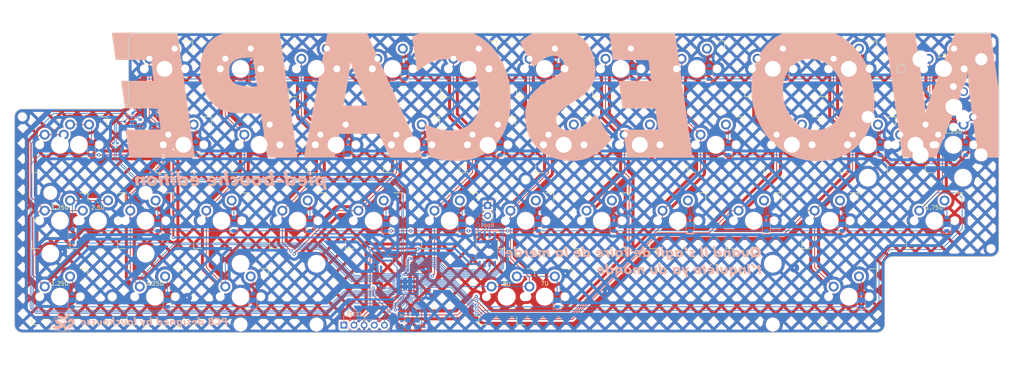
<source format=kicad_pcb>
(kicad_pcb (version 20221018) (generator pcbnew)
  (layers (0 "F.Cu" signal) (31 "B.Cu" signal) (34 "B.Paste" user) (35 "F.Paste" user) (36 "B.SilkS" user "B.Silkscreen") (37 "F.SilkS" user "F.Silkscreen") (38 "B.Mask" user) (39 "F.Mask" user) (44 "Edge.Cuts" user))
  (net 0 "")
  (net 1 "GND")
  (net 2 "+3V3")
  (net 3 "XTAL_IN")
  (net 4 "Net-(C_Crystal2-Pad2)")
  (net 5 "+5V")
  (net 6 "ROW1")
  (net 7 "Net-(D1-A)")
  (net 8 "Net-(D2-A)")
  (net 9 "Net-(D3-A)")
  (net 10 "Net-(D4-A)")
  (net 11 "Net-(D5-A)")
  (net 12 "Net-(D6-A)")
  (net 13 "Net-(D7-A)")
  (net 14 "Net-(D8-A)")
  (net 15 "Net-(D9-A)")
  (net 16 "Net-(D10-A)")
  (net 17 "Net-(D11-A)")
  (net 18 "ROW2")
  (net 19 "Net-(D12-A)")
  (net 20 "Net-(D13-A)")
  (net 21 "Net-(D14-A)")
  (net 22 "Net-(D15-A)")
  (net 23 "Net-(D16-A)")
  (net 24 "Net-(D17-A)")
  (net 25 "Net-(D18-A)")
  (net 26 "Net-(D19-A)")
  (net 27 "Net-(D20-A)")
  (net 28 "Net-(D21-A)")
  (net 29 "Net-(D22-A)")
  (net 30 "ROW3")
  (net 31 "Net-(D23-A)")
  (net 32 "Net-(D24-A)")
  (net 33 "Net-(D25-A)")
  (net 34 "Net-(D26-A)")
  (net 35 "Net-(D27-A)")
  (net 36 "Net-(D28-A)")
  (net 37 "Net-(D29-A)")
  (net 38 "Net-(D30-A)")
  (net 39 "Net-(D31-A)")
  (net 40 "Net-(D32-A)")
  (net 41 "Net-(D33-A)")
  (net 42 "Net-(D34-A)")
  (net 43 "ROW4")
  (net 44 "Net-(D35-A)")
  (net 45 "Net-(D36-A)")
  (net 46 "Net-(D37-A)")
  (net 47 "Net-(D38-A)")
  (net 48 "Net-(D39-A)")
  (net 49 "D-")
  (net 50 "D+")
  (net 51 "RESET")
  (net 52 "SWDIO")
  (net 53 "SWCLK")
  (net 54 "COL2")
  (net 55 "COL3")
  (net 56 "COL4")
  (net 57 "COL5")
  (net 58 "COL6")
  (net 59 "COL7")
  (net 60 "COL8")
  (net 61 "COL9")
  (net 62 "COL10")
  (net 63 "COL11")
  (net 64 "COL12")
  (net 65 "COL1")
  (net 66 "XTAL_OUT")
  (net 67 "Net-(D40-A)")
  (net 68 "Net-(R_Flash1-Pad1)")
  (net 69 "CS")
  (net 75 "SD3")
  (net 76 "QSPI_CLK")
  (net 77 "SD0")
  (net 78 "SD2")
  (net 79 "SD1")
  (net 80 "+1V1")
  (net 81 "VCC")
  (net 82 "DP")
  (net 83 "DN")
  (footprint "parts:mx_iso" (layer "F.Cu") (at 259.556 53.97475)
    (fp_text reference "MX41")
    (fp_text value "iso-enter")
  )
  (footprint "parts:mx_1u" (layer "F.Cu") (at 133.35 82.55)
    (fp_text reference "MX29")
    (fp_text value "V" hide)
  )
  (footprint "parts:mx_7u" (layer "F.Cu") (at 157.1625 101.6)
    (fp_text reference "MX39")
    (fp_text value "space")
  )
  (footprint "parts:mx_1u" (layer "F.Cu") (at 152.4 82.55)
    (fp_text reference "MX30")
    (fp_text value "B" hide)
  )
  (footprint "parts:mx_125u" (layer "F.Cu") (at 59.53125 101.6)
    (fp_text reference "MX37")
    (fp_text value "win")
  )
  (footprint "parts:mx_1u" (layer "F.Cu") (at 233.3625 101.6)
    (fp_text reference "MX40")
    (fp_text value "altgr" hide)
  )
  (footprint "parts:mx_1u" (layer "F.Cu") (at 176.2125 44.45)
    (fp_text reference "MX7")
    (fp_text value "U" hide)
  )
  (footprint "parts:mx_1u" (layer "F.Cu") (at 95.25 82.55)
    (fp_text reference "MX27")
    (fp_text value "X" hide)
  )
  (footprint "parts:mx_1u" (layer "F.Cu") (at 142.875 63.5)
    (fp_text reference "MX17")
    (fp_text value "G" hide)
  )
  (footprint "parts:mx_1u" (layer "F.Cu") (at 61.9125 44.45)
    (fp_text reference "MX1")
    (fp_text value "A" hide)
  )
  (footprint "parts:mx_1u" (layer "F.Cu") (at 104.775 63.5)
    (fp_text reference "MX15")
    (fp_text value "D" hide)
  )
  (footprint "parts:mx_1u" (layer "F.Cu") (at 190.5 82.55)
    (fp_text reference "MX32")
    (fp_text value "comma" hide)
  )
  (footprint "parts:mx_175u" (layer "F.Cu") (at 254.79375 82.55)
    (fp_text reference "MX35")
    (fp_text value "r-shift")
  )
  (footprint "parts:mx_125u" (layer "F.Cu") (at 35.71875 82.55)
    (fp_text reference "MX24")
    (fp_text value "iso-shift")
  )
  (footprint "parts:mx_1u" (layer "F.Cu") (at 66.675 63.5)
    (fp_text reference "MX13")
    (fp_text value "Q" hide)
  )
  (footprint "parts:mx_125u" (layer "F.Cu") (at 259.55625 63.5)
    (fp_text reference "MX23")
    (fp_text value "pti-enter")
  )
  (footprint "parts:mx_1u" (layer "F.Cu") (at 214.3125 44.45)
    (fp_text reference "MX9")
    (fp_text value "O" hide)
  )
  (footprint "parts:mx_1u" (layer "F.Cu") (at 171.45 82.55)
    (fp_text reference "MX31")
    (fp_text value "N" hide)
  )
  (footprint "parts:mx_1u" (layer "F.Cu") (at 85.725 63.5)
    (fp_text reference "MX14")
    (fp_text value "S" hide)
  )
  (footprint "parts:mx_1u" (layer "F.Cu") (at 233.3625 44.45)
    (fp_text reference "MX10")
    (fp_text value "P" hide)
  )
  (footprint "parts:mx_1u" (layer "F.Cu") (at 200.025 63.5)
    (fp_text reference "MX20")
    (fp_text value "K" hide)
  )
  (footprint "parts:mx_1u" (layer "F.Cu") (at 57.15 82.55)
    (fp_text reference "MX25")
    (fp_text value "nubs" hide)
  )
  (footprint "parts:mx_1u" (layer "F.Cu") (at 238.125 63.5)
    (fp_text reference "MX22")
    (fp_text value "M" hide)
  )
  (footprint "parts:mx_1u" (layer "F.Cu") (at 138.1125 44.45)
    (fp_text reference "MX5")
    (fp_text value "T" hide)
  )
  (footprint "parts:mx_125u" (layer "F.Cu") (at 35.71875 101.6)
    (fp_text reference "MX36")
    (fp_text value "ctrl")
  )
  (footprint "parts:mx_225u" (layer "F.Cu") (at 250.031166 63.499991)
    (fp_text reference "MX42")
    (fp_text value "ansi-enter")
  )
  (footprint "parts:mx_225u" (layer "F.Cu") (at 45.24375 82.55)
    (fp_text reference "MX43")
    (fp_text value "ansi-shift")
  )
  (footprint "parts:mx_1u" (layer "F.Cu") (at 161.925 63.5)
    (fp_text reference "MX18")
    (fp_text value "H" hide)
  )
  (footprint "other:MX-Solderable-8U-ReversedStabilizers" (layer "F.Cu") (at 147.637916 101.599991)
    (fp_text reference "MX44")
    (fp_text value "8U")
  )
  (footprint "parts:mx_1u" (layer "F.Cu") (at 157.1625 44.45)
    (fp_text reference "MX6")
    (fp_text value "Y" hide)
  )
  (footprint "parts:mx_1u" (layer "F.Cu") (at 219.075 63.5)
    (fp_text reference "MX21")
    (fp_text value "L" hide)
  )
  (footprint "parts:mx_1u" (layer "F.Cu") (at 123.825 63.5)
    (fp_text reference "MX16")
    (fp_text value "F" hide)
  )
  (footprint "parts:mx_1u" (layer "F.Cu") (at 195.2625 44.45)
    (fp_text reference "MX8")
    (fp_text value "I" hide)
  )
  (footprint "parts:mx_15u" (layer "F.Cu") (at 257.175 44.45)
    (fp_text reference "MX11")
    (fp_text value "backspace")
  )
  (footprint "parts:mx_stepped_caps" (layer "F.Cu") (at 40.48125 63.5)
    (fp_text reference "MX12")
    (fp_text value "caps_lock")
  )
  (footprint "parts:mx_1u" (layer "F.Cu") (at 100.0125 44.45)
    (fp_text reference "MX3")
    (fp_text value "E" hide)
  )
  (footprint "parts:mx_1u" (layer "F.Cu") (at 209.55 82.55)
    (fp_text reference "MX33")
    (fp_text value "semi-colon" hide)
  )
  (footprint "parts:mx_1u" (layer "F.Cu") (at 228.6 82.55)
    (fp_text reference "MX34")
    (fp_text value "slash" hide)
  )
  (footprint "parts:mx_1u" (layer "F.Cu") (at 119.0625 44.45)
    (fp_text reference "MX4")
    (fp_text value "R" hide)
  )
  (footprint "parts:mx_1u" (layer "F.Cu") (at 180.975 63.5)
    (fp_text reference "MX19")
    (fp_text value "J" hide)
  )
  (footprint "parts:mx_1u" (layer "F.Cu") (at 114.3 82.55)
    (fp_text reference "MX28")
    (fp_text value "C" hide)
  )
  (footprint "parts:mx_1u" (layer "F.Cu") (at 76.2 82.55)
    (fp_text reference "MX26")
    (fp_text value "W" hide)
  )
  (footprint "parts:mx_1u" (layer "F.Cu") (at 80.9625 101.6)
    (fp_text reference "MX38")
    (fp_text value "alt" hide)
  )
  (footprint "parts:mx_1u" (layer "F.Cu") (at 80.9625 44.45)
    (fp_text reference "MX2")
    (fp_text value "Z" hide)
  )
  (footprint "Diode_SMD:D_SOD-123" (layer "B.Cu") (at 145.987 64.387 90)
    (fp_text reference "D17")
    (fp_text value "D_Small")
  )
  (footprint "Resistor_SMD:R_0402_1005Metric" (layer "B.Cu") (at 50.165 63.627 -90)
    (fp_text reference "R_DATA1")
    (fp_text value "27")
  )
  (footprint "Capacitor_SMD:C_0402_1005Metric" (layer "B.Cu") (at 118.872 92.075 90)
    (fp_text reference "C_3V-Decoup2")
    (fp_text value "1u")
  )
  (footprint "Capacitor_SMD:C_0402_1005Metric" (layer "B.Cu") (at 120.142 92.075 90)
    (fp_text reference "C_1V-Decoup1")
    (fp_text value "1u")
  )
  (footprint "Capacitor_SMD:C_0402_1005Metric" (layer "B.Cu") (at 64.389 52.832)
    (fp_text reference "C_LDO2")
    (fp_text value "1u")
  )
  (footprint "Connector_Molex:Molex_Pico-EZmate_78171-0004_1x04-1MP_P1.20mm_Vertical" (layer "B.Cu") (at 57.68975 56.5785 -90)
    (fp_text reference "J1")
    (fp_text value "SM04B")
  )
  (footprint "Diode_SMD:D_SOD-123" (layer "B.Cu") (at 217.4245 45.337 90)
    (fp_text reference "D9")
    (fp_text value "D_Small")
  )
  (footprint "Diode_SMD:D_SOD-123" (layer "B.Cu") (at 203.137 64.387 90)
    (fp_text reference "D20")
    (fp_text value "D_Small")
  )
  (footprint "Diode_SMD:D_SOD-123" (layer "B.Cu") (at 165.037 64.387 90)
    (fp_text reference "D18")
    (fp_text value "D_Small")
  )
  (footprint "Capacitor_SMD:C_0402_1005Metric" (layer "B.Cu") (at 127 108.74 -90)
    (fp_text reference "C_Crystal1")
    (fp_text value "22pF")
  )
  (footprint "Capacitor_SMD:C_0402_1005Metric" (layer "B.Cu") (at 122.555 89.789 90)
    (fp_text reference "C_3V-Decoup4")
    (fp_text value ".1u")
  )
  (footprint "Diode_SMD:D_SOD-123" (layer "B.Cu") (at 122.1745 45.337 90)
    (fp_text reference "D4")
    (fp_text value "D_Small")
  )
  (footprint "Fuse:Fuse_0805_2012Metric" (layer "B.Cu") (at 55.753 50.3405 90)
    (fp_text reference "F1")
    (fp_text value "500ma")
  )
  (footprint "Diode_SMD:D_SOD-123" (layer "B.Cu") (at 198.3745 45.337 90)
    (fp_text reference "D8")
    (fp_text value "D_Small")
  )
  (footprint "Diode_SMD:D_SOD-123" (layer "B.Cu") (at 231.712 83.437 90)
    (fp_text reference "D34")
    (fp_text value "D_Small")
  )
  (footprint "Diode_SMD:D_SOD-123" (layer "B.Cu") (at 236.4745 102.487 90)
    (fp_text reference "D40")
    (fp_text value "D_Small")
  )
  (footprint "Diode_SMD:D_SOD-123" (layer "B.Cu") (at 69.787 64.387 90)
    (fp_text reference "D13")
    (fp_text value "D_Small")
  )
  (footprint "Diode_SMD:D_SOD-123" (layer "B.Cu") (at 193.612 83.437 90)
    (fp_text reference "D32")
    (fp_text value "D_Small")
  )
  (footprint "Diode_SMD:D_SOD-123" (layer "B.Cu") (at 179.3245 45.337 90)
    (fp_text reference "D7")
    (fp_text value "D_Small")
  )
  (footprint "Diode_SMD:D_SOD-123" (layer "B.Cu") (at 84.0745 102.487 90)
    (fp_text reference "D38")
    (fp_text value "D_Small")
  )
  (footprint "Capacitor_SMD:C_0402_1005Metric" (layer "B.Cu") (at 120.65 105.255 -90)
    (fp_text reference "C_1V-Decoup3")
    (fp_text value ".1u")
  )
  (footprint "Package_SO:SOIC-8_5.23x5.23mm_P1.27mm" (layer "B.Cu") (at 142.748 89.789 -90)
    (fp_text reference "U3")
    (fp_text value "W25Q128JVS")
  )
  (footprint "Resistor_SMD:R_0402_1005Metric" (layer "B.Cu") (at 108.204 104.648 180)
    (fp_text reference "R_RST1")
    (fp_text value "1k")
  )
  (footprint "other:RP2040-QFN-56" (layer "B.Cu") (at 122.809 98.453 180)
    (fp_text reference "U1")
    (fp_text value "RP2040")
  )
  (footprint "Capacitor_SMD:C_0402_1005Metric" (layer "B.Cu") (at 121.793 105.255 -90)
    (fp_text reference "C_3V-Decoup3")
    (fp_text value ".1u")
  )
  (footprint "Diode_SMD:D_SOD-123" (layer "B.Cu") (at 236.4745 45.337 90)
    (fp_text reference "D10")
    (fp_text value "D_Small")
  )
  (footprint "other:silk" (layer "B.Cu") (at 147.447 73.152 180)
    (fp_text reference "G***")
    (fp_text value "LOGO" hide)
  )
  (footprint "Package_TO_SOT_SMD:SOT-23" (layer "B.Cu") (at 61.1355 50.546 180)
    (fp_text reference "U2")
    (fp_text value "XC6206PxxxMR")
  )
  (footprint "Diode_SMD:D_SOD-123" (layer "B.Cu") (at 117.412 83.437 90)
    (fp_text reference "D28")
    (fp_text value "D_Small")
  )
  (footprint "Connector_PinHeader_2.54mm:PinHeader_1x05_P2.54mm_Vertical" (layer "B.Cu") (at 106.84375 108.74375 -90)
    (fp_text reference "J2")
    (fp_text value "SWD")
  )
  (footprint "Diode_SMD:D_SOD-123" (layer "B.Cu") (at 84.0745 45.337 90)
    (fp_text reference "D2")
    (fp_text value "D_Small")
  )
  (footprint "Diode_SMD:D_SOD-123" (layer "B.Cu") (at 136.462 83.437 90)
    (fp_text reference "D29")
    (fp_text value "D_Small")
  )
  (footprint "Diode_SMD:D_SOD-123" (layer "B.Cu") (at 126.937 64.387 90)
    (fp_text reference "D16")
    (fp_text value "D_Small")
  )
  (footprint "Capacitor_SMD:C_0402_1005Metric" (layer "B.Cu") (at 58.039 50.292 90)
    (fp_text reference "C_LDO1")
    (fp_text value "1u")
  )
  (footprint "Diode_SMD:D_SOD-123" (layer "B.Cu") (at 107.887 64.387 90)
    (fp_text reference "D15")
    (fp_text value "D_Small")
  )
  (footprint "Capacitor_SMD:C_0402_1005Metric" (layer "B.Cu") (at 138.684 92.865 90)
    (fp_text reference "C_Flash1")
    (fp_text value ".1u")
  )
  (footprint "Diode_SMD:D_SOD-123" (layer "B.Cu") (at 103.1245 45.337 90)
    (fp_text reference "D3")
    (fp_text value "D_Small")
  )
  (footprint "Capacitor_SMD:C_0402_1005Metric" (layer "B.Cu") (at 121.285 108.232 90)
    (fp_text reference "C_Crystal2")
    (fp_text value "22pF")
  )
  (footprint "Resistor_SMD:R_0402_1005Metric" (layer "B.Cu") (at 49.022 63.627 -90)
    (fp_text reference "R_DATA2")
    (fp_text value "27")
  )
  (footprint "Diode_SMD:D_SOD-123" (layer "B.Cu") (at 79.312 83.437 90)
    (fp_text reference "D26")
    (fp_text value "D_Small")
  )
  (footprint "Diode_SMD:D_SOD-123" (layer "B.Cu") (at 160.2745 102.487 90)
    (fp_text reference "D39")
    (fp_text value "D_Small")
  )
  (footprint "Capacitor_SMD:C_0402_1005Metric" (layer "B.Cu") (at 115.697 95.25 180)
    (fp_text reference "C_3V-Decoup9")
    (fp_text value ".1u")
  )
  (footprint "Diode_SMD:D_SOD-123" (layer "B.Cu") (at 262.66825 64.387 90)
    (fp_text reference "D23")
    (fp_text value "D_Small")
  )
  (footprint "Diode_SMD:D_SOD-123" (layer "B.Cu") (at 155.512 83.437 90)
    (fp_text reference "D30")
    (fp_text value "D_Small")
  )
  (footprint "Crystal:Crystal_SMD_3225-4Pin_3.2x2.5mm" (layer "B.Cu") (at 124.079 108.359)
    (fp_text reference "Y1")
    (fp_text value "12MHz")
  )
  (footprint "Capacitor_SMD:C_0402_1005Metric" (layer "B.Cu") (at 128.27 94.996 90)
    (fp_text reference "C_3V-Decoup8")
    (fp_text value ".1u")
  )
  (footprint "Capacitor_SMD:C_0402_1005Metric" (layer "B.Cu") (at 128.397 100.457 -90)
    (fp_text reference "C_3V-Decoup5")
    (fp_text value ".1u")
  )
  (footprint "Diode_SMD:D_SOD-123" (layer "B.Cu") (at 43.59325 64.387 90)
    (fp_text reference "D12")
    (fp_text value "D_Small")
  )
  (footprint "Diode_SMD:D_SOD-123" (layer "B.Cu") (at 222.187 64.387 90)
    (fp_text reference "D21")
    (fp_text value "D_Small")
  )
  (footprint "Diode_SMD:D_SOD-123" (layer "B.Cu") (at 88.837 64.387 90)
    (fp_text reference "D14")
    (fp_text value "D_Small")
  )
  (footprint "parts:SOT143B" (layer "B.Cu") (at 52.959 56.642 90)
    (fp_text reference "U4")
    (fp_text value "PRTR5V0U2X")
  )
  (footprint "Diode_SMD:D_SOD-123" (layer "B.Cu") (at 98.362 83.437 90)
    (fp_text reference "D27")
    (fp_text value "D_Small")
  )
  (footprint "Diode_SMD:D_SOD-123" (layer "B.Cu") (at 160.2745 45.337 90)
    (fp_text reference "D6")
    (fp_text value "D_Small")
  )
  (footprint "Diode_SMD:D_SOD-123" (layer "B.Cu") (at 38.83075 102.487 90)
    (fp_text reference "D36")
    (fp_text value "D_Small")
  )
  (footprint "Diode_SMD:D_SOD-123" (layer "B.Cu") (at 260.287 45.337 90)
    (fp_text reference "D11")
    (fp_text value "D_Small")
  )
  (footprint "Diode_SMD:D_SOD-123" (layer "B.Cu") (at 184.087 64.387 90)
    (fp_text reference "D19")
    (fp_text value "D_Small")
  )
  (footprint "Capacitor_SMD:C_0402_1005Metric" (layer "B.Cu") (at 116.459 99.441 180)
    (fp_text reference "C_3V-Decoup6")
    (fp_text value ".1u")
  )
  (footprint "Resistor_SMD:R_0402_1005Metric" (layer "B.Cu") (at 122.936 105.283 90)
    (fp_text reference "R_Crystal1")
    (fp_text value "1k")
  )
  (footprint "Connector_PinHeader_2.54mm:PinHeader_1x02_P2.54mm_Vertical" (layer "B.Cu") (at 142.875 78.735 180)
    (fp_text reference "SW1")
    (fp_text value "Boot")
  )
  (footprint "Diode_SMD:D_SOD-123" (layer "B.Cu") (at 257.90575 83.437 90)
    (fp_text reference "D35")
    (fp_text value "D_Small")
  )
  (footprint "Diode_SMD:D_SOD-123" (layer "B.Cu") (at 60.262 83.437 90)
    (fp_text reference "D25")
    (fp_text value "D_Small")
  )
  (footprint "Capacitor_SMD:C_0402_1005Metric" (layer "B.Cu") (at 123.825 91.567 90)
    (fp_text reference "C_1V-Decoup2")
    (fp_text value ".1u")
  )
  (footprint "Resistor_SMD:R_0402_1005Metric" (layer "B.Cu") (at 140.462 83.693 -90)
    (fp_text reference "R_Flash1")
    (fp_text value "1k")
  )
  (footprint "Diode_SMD:D_SOD-123" (layer "B.Cu") (at 65.0245 45.337 90)
    (fp_text reference "D1")
    (fp_text value "D_Small")
  )
  (footprint "Diode_SMD:D_SOD-123" (layer "B.Cu") (at 38.83075 86.36 90)
    (fp_text reference "D24")
    (fp_text value "D_Small")
  )
  (footprint "Diode_SMD:D_SOD-123" (layer "B.Cu") (at 241.237 64.387 90)
    (fp_text reference "D22")
    (fp_text value "D_Small")
  )
  (footprint "Diode_SMD:D_SOD-123" (layer "B.Cu") (at 62.64325 102.487 90)
    (fp_text reference "D37")
    (fp_text value "D_Small")
  )
  (footprint "Diode_SMD:D_SOD-123" (layer "B.Cu") (at 212.662 83.437 90)
    (fp_text reference "D33")
    (fp_text value "D_Small")
  )
  (footprint "Diode_SMD:D_SOD-123" (layer "B.Cu") (at 141.2245 45.337 90)
    (fp_text reference "D5")
    (fp_text value "D_Small")
  )
  (footprint "Diode_SMD:D_SOD-123" (layer "B.Cu") (at 174.562 83.437 90)
    (fp_text reference "D31")
    (fp_text value "D_Small")
  )
  (footprint "Capacitor_SMD:C_0402_1005Metric" (layer "B.Cu") (at 115.697 94.107 180)
    (fp_text reference "C_3V-Decoup7")
    (fp_text value ".1u")
  )
  (footprint "Capacitor_SMD:C_0402_1005Metric" (layer "B.Cu") (at 64.389 53.975)
    (fp_text reference "C_3V-Decoup1")
    (fp_text value "10u")
  )
  (gr_line (start 112.014 106.426) (end 112.014 108.839) (stroke (width 0.15)) (layer "B.SilkS"))
  (gr_line (start 106.807 106.426) (end 112.014 106.426) (stroke (width 0.15)) (layer "B.SilkS"))
  (gr_line (start 106.807 108.585) (end 106.807 106.426) (stroke (width 0.15)) (layer "B.SilkS"))
  (gr_line (start 268.963 35.45) (end 54.888 35.45) (stroke (width 0.2)) (layer "Edge.Cuts"))
  (gr_line (start 24.338 56.475) (end 24.338 108.625) (stroke (width 0.2)) (layer "Edge.Cuts"))
  (gr_circle (center 268.963 89.575) (end 270.063 89.575) (stroke (width 0.2)) (fill none) (layer "Edge.Cuts"))
  (gr_line (start 242.363 108.625) (end 242.363 93.525) (stroke (width 0.2)) (layer "Edge.Cuts"))
  (gr_line (start 244.338 91.55) (end 268.963 91.55) (stroke (width 0.2)) (layer "Edge.Cuts"))
  (gr_arc (start 26.313 110.6) (mid 24.916464 110.021536) (end 24.338 108.625) (stroke (width 0.2)) (layer "Edge.Cuts"))
  (gr_arc (start 268.963 35.45) (mid 270.359536 36.028464) (end 270.938 37.425) (stroke (width 0.2)) (layer "Edge.Cuts"))
  (gr_circle (center 152.4005 72.26875) (end 153.5005 72.26875) (stroke (width 0.2)) (fill none) (layer "Edge.Cuts"))
  (gr_arc (start 242.363 93.525) (mid 242.941464 92.128464) (end 244.338 91.55) (stroke (width 0.2)) (layer "Edge.Cuts"))
  (gr_line (start 52.913 37.425) (end 52.913 52.525) (stroke (width 0.2)) (layer "Edge.Cuts"))
  (gr_arc (start 270.938 89.575) (mid 270.359536 90.971536) (end 268.963 91.55) (stroke (width 0.2)) (layer "Edge.Cuts"))
  (gr_circle (center 246.46 44.45) (end 247.56 44.45) (stroke (width 0.2)) (fill none) (layer "Edge.Cuts"))
  (gr_arc (start 242.363 108.625) (mid 241.784536 110.021536) (end 240.388 110.6) (stroke (width 0.2)) (layer "Edge.Cuts"))
  (gr_line (start 270.938 89.575) (end 270.938 37.425) (stroke (width 0.2)) (layer "Edge.Cuts"))
  (gr_line (start 26.313 110.6) (end 240.388 110.6) (stroke (width 0.2)) (layer "Edge.Cuts"))
  (gr_arc (start 24.338 56.475) (mid 24.916464 55.078464) (end 26.313 54.5) (stroke (width 0.2)) (layer "Edge.Cuts"))
  (gr_circle (center 26.313 56.475) (end 27.413 56.475) (stroke (width 0.2)) (fill none) (layer "Edge.Cuts"))
  (gr_arc (start 52.913 52.525) (mid 52.334536 53.921536) (end 50.938 54.5) (stroke (width 0.2)) (layer "Edge.Cuts"))
  (gr_circle (center 48.816125 101.6) (end 49.916125 101.6) (stroke (width 0.2)) (fill none) (layer "Edge.Cuts"))
  (gr_line (start 50.938 54.5) (end 26.313 54.5) (stroke (width 0.2)) (layer "Edge.Cuts"))
  (gr_arc (start 52.913 37.425) (mid 53.491464 36.028464) (end 54.888 35.45) (stroke (width 0.2)) (layer "Edge.Cuts"))
  (gr_text "reset" (at 111.379 106.299) (layer "B.SilkS") (effects (font (size 1 1)) (justify left bottom mirror)))
  (segment (start 121.534 98.453) (end 124.084 98.453) (width 0.5) (layer "F.Cu") (net 1))
  (segment (start 121.534 99.728) (end 124.084 99.728) (width 0.5) (layer "F.Cu") (net 1))
  (segment (start 121.534 97.178) (end 121.534 99.728) (width 0.5) (layer "F.Cu") (net 1))
  (segment (start 124.084 97.178) (end 121.534 97.178) (width 0.5) (layer "F.Cu") (net 1))
  (segment (start 124.084 99.728) (end 124.084 97.178) (width 0.5) (layer "F.Cu") (net 1))
  (segment (start 122.809 97.178) (end 122.809 99.728) (width 0.5) (layer "F.Cu") (net 1))
  (via (at 125.095 91.059) (size 0.8) (drill 0.4) (layers "F.Cu" "B.Cu") (net 1))
  (via (at 127.381 94.615) (size 0.8) (drill 0.4) (layers "F.Cu" "B.Cu") (net 1))
  (via (at 36.322 90.297) (size 0.8) (drill 0.4) (layers "F.Cu" "B.Cu") (net 1))
  (via (at 219.71 94.361) (size 0.8) (drill 0.4) (layers "F.Cu" "B.Cu") (net 1))
  (via (at 115.57 98.806) (size 0.8) (drill 0.4) (layers "F.Cu" "B.Cu") (net 1))
  (via (at 162.306 95.758) (size 0.8) (drill 0.4) (layers "F.Cu" "B.Cu") (net 1))
  (via (at 67.564 101.854) (size 0.8) (drill 0.4) (layers "F.Cu" "B.Cu") (net 1))
  (via (at 120.396 76.454) (size 0.8) (drill 0.4) (layers "F.Cu" "B.Cu") (net 1))
  (via (at 143.51 88.392) (size 0.8) (drill 0.4) (layers "F.Cu" "B.Cu") (net 1))
  (via (at 172.847 100.203) (size 0.8) (drill 0.4) (layers "F.Cu" "B.Cu") (net 1))
  (via (at 114.427 95.25) (size 0.8) (drill 0.4) (layers "F.Cu" "B.Cu") (net 1))
  (segment (start 118.872 91.595) (end 120.142 91.595) (width 0.5) (layer "B.Cu") (net 1))
  (segment (start 127 105.634314) (end 127 108.26) (width 0.2) (layer "B.Cu") (net 1))
  (segment (start 115.217 94.107) (end 115.217 95.25) (width 0.5) (layer "B.Cu") (net 1))
  (segment (start 125.095 91.059) (end 123.853 91.059) (width 0.5) (layer "B.Cu") (net 1))
  (segment (start 124.929 107.509) (end 125.179 107.509) (width 0.5) (layer "B.Cu") (net 1))
  (segment (start 122.979 109.209) (end 121.782 109.209) (width 0.5) (layer "B.Cu") (net 1))
  (segment (start 128.27 94.516) (end 127.48 94.516) (width 0.5) (layer "B.Cu") (net 1))
  (segment (start 120.65 105.735) (end 121.793 105.735) (width 0.2) (layer "B.Cu") (net 1))
  (segment (start 127.48 94.516) (end 127.381 94.615) (width 0.5) (layer "B.Cu") (net 1))
  (segment (start 144.653 86.189) (end 144.653 87.249) (width 0.5) (layer "B.Cu") (net 1))
  (segment (start 122.979 109.209) (end 123.229 109.209) (width 0.5) (layer "B.Cu") (net 1))
  (segment (start 123.853 91.059) (end 123.825 91.087) (width 0.5) (layer "B.Cu") (net 1))
  (segment (start 115.979 99.215) (end 115.57 98.806) (width 0.5) (layer "B.Cu") (net 1))
  (segment (start 115.979 99.441) (end 115.979 99.215) (width 0.5) (layer "B.Cu") (net 1))
  (segment (start 123.809 102.443314) (end 127 105.634314) (width 0.2) (layer "B.Cu") (net 1))
  (segment (start 121.782 109.209) (end 121.285 108.712) (width 0.5) (layer "B.Cu") (net 1))
  (segment (start 144.653 87.249) (end 143.51 88.392) (width 0.5) (layer "B.Cu") (net 1))
  (segment (start 123.229 109.209) (end 124.929 107.509) (width 0.5) (layer "B.Cu") (net 1))
  (segment (start 123.809 101.8905) (end 123.809 102.443314) (width 0.2) (layer "B.Cu") (net 1))
  (segment (start 109.38375 108.74375) (end 113.411 104.7165) (width 0.2) (layer "F.Cu") (net 2))
  (segment (start 113.411 104.7165) (end 113.411 89.535) (width 0.2) (layer "F.Cu") (net 2))
  (segment (start 125.222 89.535) (end 125.349 89.662) (width 0.5) (layer "F.Cu") (net 2))
  (segment (start 113.411 89.535) (end 125.222 89.535) (width 0.5) (layer "F.Cu") (net 2))
  (segment (start 64.135 86.741) (end 64.135 64.643) (width 0.5) (layer "F.Cu") (net 2))
  (via (at 64.135 64.643) (size 0.8) (drill 0.4) (layers "F.Cu" "B.Cu") (net 2))
  (via (at 113.411 89.535) (size 0.8) (drill 0.4) (layers "F.Cu" "B.Cu") (net 2))
  (via (at 64.135 86.741) (size 0.8) (drill 0.4) (layers "F.Cu" "B.Cu") (net 2))
  (via (at 125.349 89.662) (size 0.8) (drill 0.4) (layers "F.Cu" "B.Cu") (net 2))
  (segment (start 120.209 95.634) (end 120.428 95.853) (width 0.2) (layer "B.Cu") (net 2))
  (segment (start 109.38375 105.31775) (end 108.714 104.648) (width 0.2) (layer "B.Cu") (net 2))
  (segment (start 64.135 64.643) (end 64.135 62.484) (width 0.5) (layer "B.Cu") (net 2))
  (segment (start 120.609 95.672) (end 120.609 95.0155) (width 0.2) (layer "B.Cu") (net 2))
  (segment (start 63.909 52.098) (end 63.307 51.496) (width 0.5) (layer "B.Cu") (net 2))
  (segment (start 126.2465 99.453) (end 125.488 99.453) (width 0.2) (layer "B.Cu") (net 2))
  (segment (start 63.909 52.832) (end 63.909 52.098) (width 0.5) (layer "B.Cu") (net 2))
  (segment (start 138.728 93.389) (end 138.684 93.345) (width 0.5) (layer "B.Cu") (net 2))
  (segment (start 116.951 99.453) (end 119.3715 99.453) (width 0.2) (layer "B.Cu") (net 2))
  (segment (start 119.3715 95.853) (end 116.78 95.853) (width 0.2) (layer "B.Cu") (net 2))
  (segment (start 128.397 99.977) (end 127.663 99.977) (width 0.2) (layer "B.Cu") (net 2))
  (segment (start 116.78 95.853) (end 116.177 95.25) (width 0.2) (layer "B.Cu") (net 2))
  (segment (start 122.609 95.0155) (end 122.609 95.685) (width 0.2) (layer "B.Cu") (net 2))
  (segment (start 122.609 103.959) (end 122.609 101.8905) (width 0.2) (layer "B.Cu") (net 2))
  (segment (start 122.609 93.853) (end 122.609 90.323) (width 0.2) (layer "B.Cu") (net 2))
  (segment (start 64.135 62.484) (end 64.565 62.054) (width 0.5) (layer "B.Cu") (net 2))
  (segment (start 118.872 92.555) (end 118.872 92.964) (width 0.2) (layer "B.Cu") (net 2))
  (segment (start 119.3715 95.853) (end 120.428 95.853) (width 0.2) (layer "B.Cu") (net 2))
  (segment (start 64.565 54.815386) (end 63.909 54.159386) (width 0.5) (layer "B.Cu") (net 2))
  (segment (start 122.209 95.0155) (end 122.209 94.253) (width 0.2) (layer "B.Cu") (net 2))
  (segment (start 64.565 62.054) (end 64.565 54.815386) (width 0.5) (layer "B.Cu") (net 2))
  (segment (start 63.909 54.159386) (end 63.909 53.975) (width 0.5) (layer "B.Cu") (net 2))
  (segment (start 63.909 53.975) (end 63.909 52.832) (width 0.5) (layer "B.Cu") (net 2))
  (segment (start 116.939 99.441) (end 116.951 99.453) (width 0.2) (layer "B.Cu") (net 2))
  (segment (start 110.617 86.741) (end 113.411 89.535) (width 0.5) (layer "B.Cu") (net 2))
  (segment (start 122.209 95.0155) (end 122.209 95.793) (width 0.2) (layer "B.Cu") (net 2))
  (segment (start 109.38375 108.74375) (end 109.38375 105.31775) (width 0.2) (layer "B.Cu") (net 2))
  (segment (start 126.2465 95.853) (end 125.508 95.853) (width 0.2) (layer "B.Cu") (net 2))
  (segment (start 127.663 99.977) (end 127.139 99.453) (width 0.2) (layer "B.Cu") (net 2))
  (segment (start 125.476 89.535) (end 134.689614 89.535) (width 0.5) (layer "B.Cu") (net 2))
  (segment (start 116.431 92.555) (end 118.872 92.555) (width 0.5) (layer "B.Cu") (net 2))
  (segment (start 122.609 95.0155) (end 122.609 93.853) (width 0.2) (layer "B.Cu") (net 2))
  (segment (start 116.177 94.107) (end 116.177 95.25) (width 0.5) (layer "B.Cu") (net 2))
  (segment (start 113.411 89.535) (end 116.431 92.555) (width 0.5) (layer "B.Cu") (net 2))
  (segment (start 140.843 93.389) (end 138.728 93.389) (width 0.5) (layer "B.Cu") (net 2))
  (segment (start 127.139 99.453) (end 126.2465 99.453) (width 0.2) (layer "B.Cu") (net 2))
  (segment (start 127.893 95.853) (end 126.2465 95.853) (width 0.2) (layer "B.Cu") (net 2))
  (segment (start 128.27 95.476) (end 127.893 95.853) (width 0.2) (layer "B.Cu") (net 2))
  (segment (start 120.209 94.301) (end 120.209 95.0155) (width 0.2) (layer "B.Cu") (net 2))
  (segment (start 138.499614 93.345) (end 138.684 93.345) (width 0.5) (layer "B.Cu") (net 2))
  (segment (start 125.349 89.662) (end 124.742 90.269) (width 0.5) (layer "B.Cu") (net 2))
  (segment (start 134.689614 89.535) (end 138.499614 93.345) (width 0.5) (layer "B.Cu") (net 2))
  (segment (start 119.3715 99.453) (end 120.13 99.453) (width 0.2) (layer "B.Cu") (net 2))
  (segment (start 118.872 92.964) (end 120.209 94.301) (width 0.2) (layer "B.Cu") (net 2))
  (segment (start 120.428 95.853) (end 120.609 95.672) (width 0.2) (layer "B.Cu") (net 2))
  (segment (start 122.609 90.323) (end 122.555 90.269) (width 0.2) (layer "B.Cu") (net 2))
  (segment (start 120.209 95.0155) (end 120.209 95.634) (width 0.2) (layer "B.Cu") (net 2))
  (segment (start 124.742 90.269) (end 122.555 90.269) (width 0.5) (layer "B.Cu") (net 2))
  (segment (start 121.793 104.775) (end 122.609 103.959) (width 0.2) (layer "B.Cu") (net 2))
  (segment (start 122.209 94.253) (end 122.609 93.853) (width 0.2) (layer "B.Cu") (net 2))
  (segment (start 125.349 89.662) (end 125.476 89.535) (width 0.5) (layer "B.Cu") (net 2))
  (segment (start 64.135 86.741) (end 110.617 86.741) (width 0.5) (layer "B.Cu") (net 2))
  (segment (start 63.307 51.496) (end 62.073 51.496) (width 0.5) (layer "B.Cu") (net 2))
  (segment (start 122.609 101.8905) (end 122.609 101.146) (width 0.2) (layer "B.Cu") (net 2))
  (segment (start 125.279 109.209) (end 125.179 109.209) (width 0.2) (layer "B.Cu") (net 3))
  (segment (start 125.179 109.209) (end 126.989 109.209) (width 0.2) (layer "B.Cu") (net 3))
  (segment (start 123.409 102.609) (end 126.365 105.565) (width 0.2) (layer "B.Cu") (net 3))
  (segment (start 123.409 101.8905) (end 123.409 102.609) (width 0.2) (layer "B.Cu") (net 3))
  (segment (start 126.365 108.123) (end 125.279 109.209) (width 0.2) (layer "B.Cu") (net 3))
  (segment (start 126.365 105.565) (end 126.365 108.123) (width 0.2) (layer "B.Cu") (net 3))
  (segment (start 126.989 109.209) (end 127 109.22) (width 0.2) (layer "B.Cu") (net 3))
  (segment (start 122.936 105.793) (end 122.936 107.466) (width 0.2) (layer "B.Cu") (net 4))
  (segment (start 122.107 107.509) (end 121.864 107.752) (width 0.2) (layer "B.Cu") (net 4))
  (segment (start 122.936 107.466) (end 122.979 107.509) (width 0.2) (layer "B.Cu") (net 4))
  (segment (start 121.864 107.752) (end 121.285 107.752) (width 0.2) (layer "B.Cu") (net 4))
  (segment (start 122.979 107.509) (end 122.107 107.509) (width 0.2) (layer "B.Cu") (net 4))
  (segment (start 55.81475 54.7785) (end 55.81475 51.33975) (width 0.5) (layer "B.Cu") (net 5))
  (segment (start 58.956 50.772) (end 59.182 50.546) (width 0.5) (layer "B.Cu") (net 5))
  (segment (start 55.81475 51.33975) (end 55.753 51.278) (width 0.5) (layer "B.Cu") (net 5))
  (segment (start 59.182 50.546) (end 60.198 50.546) (width 0.5) (layer "B.Cu") (net 5))
  (segment (start 55.753 51.278) (end 57.533 51.278) (width 0.5) (layer "B.Cu") (net 5))
  (segment (start 57.533 51.278) (end 58.039 50.772) (width 0.5) (layer "B.Cu") (net 5))
  (segment (start 58.039 50.772) (end 58.956 50.772) (width 0.5) (layer "B.Cu") (net 5))
  (segment (start 179.3245 46.987) (end 198.3745 46.987) (width 0.2) (layer "B.Cu") (net 6))
  (segment (start 51.663 54.864) (end 50.901 55.626) (width 0.2) (layer "B.Cu") (net 6))
  (segment (start 198.3745 46.987) (end 217.4245 46.987) (width 0.2) (layer "B.Cu") (net 6))
  (segment (start 53.975 53.721) (end 52.832 54.864) (width 0.2) (layer "B.Cu") (net 6))
  (segment (start 52.832 54.864) (end 51.663 54.864) (width 0.2) (layer "B.Cu") (net 6))
  (segment (start 103.1245 46.987) (end 122.1745 46.987) (width 0.2) (layer "B.Cu") (net 6))
  (segment (start 103.005058 105.829) (end 107.431058 101.403) (width 0.2) (layer "B.Cu") (net 6))
  (segment (start 122.1745 46.987) (end 141.2245 46.987) (width 0.2) (layer "B.Cu") (net 6))
  (segment (start 65.0245 46.987) (end 84.0745 46.987) (width 0.2) (layer "B.Cu") (net 6))
  (segment (start 50.901 55.626) (end 34.163 55.626) (width 0.2) (layer "B.Cu") (net 6))
  (segment (start 28.283 104.471372) (end 29.64063 105.829) (width 0.2) (layer "B.Cu") (net 6))
  (segment (start 34.163 55.626) (end 28.283 61.506) (width 0.2) (layer "B.Cu") (net 6))
  (segment (start 53.975 49.276) (end 53.975 53.721) (width 0.2) (layer "B.Cu") (net 6))
  (segment (start 65.0245 46.987) (end 56.264 46.987) (width 0.2) (layer "B.Cu") (net 6))
  (segment (start 160.2745 46.987) (end 179.3245 46.987) (width 0.2) (layer "B.Cu") (net 6))
  (segment (start 118.364686 101.403) (end 118.714686 101.053) (width 0.2) (layer "B.Cu") (net 6))
  (segment (start 56.264 46.987) (end 53.975 49.276) (width 0.2) (layer "B.Cu") (net 6))
  (segment (start 141.2245 46.987) (end 160.2745 46.987) (width 0.2) (layer "B.Cu") (net 6))
  (segment (start 118.714686 101.053) (end 119.3715 101.053) (width 0.2) (layer "B.Cu") (net 6))
  (segment (start 107.431058 101.403) (end 118.364686 101.403) (width 0.2) (layer "B.Cu") (net 6))
  (segment (start 28.283 61.506) (end 28.283 104.471372) (width 0.2) (layer "B.Cu") (net 6))
  (segment (start 29.64063 105.829) (end 103.005058 105.829) (width 0.2) (layer "B.Cu") (net 6))
  (segment (start 217.4245 46.987) (end 236.4745 46.987) (width 0.2) (layer "B.Cu") (net 6))
  (segment (start 84.0745 46.987) (end 103.1245 46.987) (width 0.2) (layer "B.Cu") (net 6))
  (segment (start 236.4745 46.987) (end 260.287 46.987) (width 0.2) (layer "B.Cu") (net 6))
  (segment (start 65.0245 39.942) (end 64.4525 39.37) (width 0.2) (layer "B.Cu") (net 7))
  (segment (start 65.0245 43.687) (end 65.0245 39.942) (width 0.2) (layer "B.Cu") (net 7))
  (segment (start 84.0745 39.942) (end 83.5025 39.37) (width 0.2) (layer "B.Cu") (net 8))
  (segment (start 84.0745 43.687) (end 84.0745 39.942) (width 0.2) (layer "B.Cu") (net 8))
  (segment (start 103.1245 43.687) (end 103.1245 39.942) (width 0.2) (layer "B.Cu") (net 9))
  (segment (start 103.1245 39.942) (end 102.5525 39.37) (width 0.2) (layer "B.Cu") (net 9))
  (segment (start 122.1745 39.942) (end 121.6025 39.37) (width 0.2) (layer "B.Cu") (net 10))
  (segment (start 122.1745 43.687) (end 122.1745 39.942) (width 0.2) (layer "B.Cu") (net 10))
  (segment (start 141.2245 39.942) (end 140.6525 39.37) (width 0.2) (layer "B.Cu") (net 11))
  (segment (start 141.2245 43.687) (end 141.2245 39.942) (width 0.2) (layer "B.Cu") (net 11))
  (segment (start 160.2745 43.687) (end 160.2745 39.942) (width 0.2) (layer "B.Cu") (net 12))
  (segment (start 160.2745 39.942) (end 159.7025 39.37) (width 0.2) (layer "B.Cu") (net 12))
  (segment (start 179.3245 43.687) (end 179.3245 39.942) (width 0.2) (layer "B.Cu") (net 13))
  (segment (start 179.3245 39.942) (end 178.7525 39.37) (width 0.2) (layer "B.Cu") (net 13))
  (segment (start 198.3745 39.942) (end 197.8025 39.37) (width 0.2) (layer "B.Cu") (net 14))
  (segment (start 198.3745 43.687) (end 198.3745 39.942) (width 0.2) (layer "B.Cu") (net 14))
  (segment (start 217.4245 43.687) (end 217.4245 39.942) (width 0.2) (layer "B.Cu") (net 15))
  (segment (start 217.4245 39.942) (end 216.8525 39.37) (width 0.2) (layer "B.Cu") (net 15))
  (segment (start 236.4745 43.687) (end 236.4745 39.942) (width 0.2) (layer "B.Cu") (net 16))
  (segment (start 236.4745 39.942) (end 235.9025 39.37) (width 0.2) (layer "B.Cu") (net 16))
  (segment (start 260.287 43.687) (end 260.287 39.942) (width 0.2) (layer "B.Cu") (net 17))
  (segment (start 260.287 39.942) (end 259.715 39.37) (width 0.2) (layer "B.Cu") (net 17))
  (segment (start 45.466 66.04) (end 61.595 66.04) (width 0.2) (layer "F.Cu") (net 18))
  (via (at 45.466 66.04) (size 0.8) (drill 0.4) (layers "F.Cu" "B.Cu") (net 18))
  (via (at 61.595 66.04) (size 0.8) (drill 0.4) (layers "F.Cu" "B.Cu") (net 18))
  (segment (start 126.937 66.037) (end 107.887 66.037) (width 0.2) (layer "B.Cu") (net 18))
  (segment (start 145.987 66.037) (end 126.937 66.037) (width 0.2) (layer "B.Cu") (net 18))
  (segment (start 43.59325 66.037) (end 45.463 66.037) (width 0.2) (layer "B.Cu") (net 18))
  (segment (start 241.237 66.037) (end 243.456901 68.256901) (width 0.2) (layer "B.Cu") (net 18))
  (segment (start 43.59325 66.037) (end 30.737 66.037) (width 0.2) (layer "B.Cu") (net 18))
  (segment (start 61.598 66.037) (end 69.787 66.037) (width 0.2) (layer "B.Cu") (net 18))
  (segment (start 61.595 66.04) (end 61.598 66.037) (width 0.2) (layer "B.Cu") (net 18))
  (segment (start 88.837 66.037) (end 69.787 66.037) (width 0.2) (layer "B.Cu") (net 18))
  (segment (start 102.839372 105.429) (end 107.265372 101.003) (width 0.2) (layer "B.Cu") (net 18))
  (segment (start 45.463 66.037) (end 45.466 66.04) (width 0.2) (layer "B.Cu") (net 18))
  (segment (start 165.037 66.037) (end 145.987 66.037) (width 0.2) (layer "B.Cu") (net 18))
  (segment (start 260.259349 68.256901) (end 262.28675 66.2295) (width 0.2) (layer "B.Cu") (net 18))
  (segment (start 30.737 66.037) (end 28.683 68.091) (width 0.2) (layer "B.Cu") (net 18))
  (segment (start 184.087 66.037) (end 165.037 66.037) (width 0.2) (layer "B.Cu") (net 18))
  (segment (start 107.265372 101.003) (end 118.199 101.003) (width 0.2) (layer "B.Cu") (net 18))
  (segment (start 203.137 66.037) (end 184.087 66.037) (width 0.2) (layer "B.Cu") (net 18))
  (segment (start 28.683 68.091) (end 28.683 104.305686) (width 0.2) (layer "B.Cu") (net 18))
  (segment (start 118.199 101.003) (end 118.549 100.653) (width 0.2) (layer "B.Cu") (net 18))
  (segment (start 28.683 104.305686) (end 29.806315 105.429) (width 0.2) (layer "B.Cu") (net 18))
  (segment (start 107.887 66.037) (end 88.837 66.037) (width 0.2) (layer "B.Cu") (net 18))
  (segment (start 222.187 66.037) (end 203.137 66.037) (width 0.2) (layer "B.Cu") (net 18))
  (segment (start 118.549 100.653) (end 119.3715 100.653) (width 0.2) (layer "B.Cu") (net 18))
  (segment (start 241.237 66.037) (end 222.187 66.037) (width 0.2) (layer "B.Cu") (net 18))
  (segment (start 29.806315 105.429) (end 102.839372 105.429) (width 0.2) (layer "B.Cu") (net 18))
  (segment (start 243.456901 68.256901) (end 260.259349 68.256901) (width 0.2) (layer "B.Cu") (net 18))
  (segment (start 43.02125 58.42) (end 38.25825 58.42) (width 0.2) (layer "F.Cu") (net 19))
  (segment (start 43.59325 62.737) (end 43.59325 58.992) (width 0.2) (layer "B.Cu") (net 19))
  (segment (start 43.59325 58.992) (end 43.02125 58.42) (width 0.2) (layer "B.Cu") (net 19))
  (segment (start 69.787 62.737) (end 69.787 58.992) (width 0.2) (layer "B.Cu") (net 20))
  (segment (start 69.787 58.992) (end 69.215 58.42) (width 0.2) (layer "B.Cu") (net 20))
  (segment (start 88.837 62.737) (end 88.837 58.992) (width 0.2) (layer "B.Cu") (net 21))
  (segment (start 88.837 58.992) (end 88.265 58.42) (width 0.2) (layer "B.Cu") (net 21))
  (segment (start 107.887 58.992) (end 107.315 58.42) (width 0.2) (layer "B.Cu") (net 22))
  (segment (start 107.887 62.737) (end 107.887 58.992) (width 0.2) (layer "B.Cu") (net 22))
  (segment (start 126.937 62.737) (end 126.937 58.992) (width 0.2) (layer "B.Cu") (net 23))
  (segment (start 126.937 58.992) (end 126.365 58.42) (width 0.2) (layer "B.Cu") (net 23))
  (segment (start 145.987 62.737) (end 145.987 58.992) (width 0.2) (layer "B.Cu") (net 24))
  (segment (start 145.987 58.992) (end 145.415 58.42) (width 0.2) (layer "B.Cu") (net 24))
  (segment (start 165.037 58.992) (end 164.465 58.42) (width 0.2) (layer "B.Cu") (net 25))
  (segment (start 165.037 62.737) (end 165.037 58.992) (width 0.2) (layer "B.Cu") (net 25))
  (segment (start 184.087 62.737) (end 184.087 58.992) (width 0.2) (layer "B.Cu") (net 26))
  (segment (start 184.087 58.992) (end 183.515 58.42) (width 0.2) (layer "B.Cu") (net 26))
  (segment (start 203.137 58.992) (end 202.565 58.42) (width 0.2) (layer "B.Cu") (net 27))
  (segment (start 203.137 62.737) (end 203.137 58.992) (width 0.2) (layer "B.Cu") (net 27))
  (segment (start 222.187 58.992) (end 221.615 58.42) (width 0.2) (layer "B.Cu") (net 28))
  (segment (start 222.187 62.737) (end 222.187 58.992) (width 0.2) (layer "B.Cu") (net 28))
  (segment (start 241.237 58.992) (end 240.665 58.42) (width 0.2) (layer "B.Cu") (net 29))
  (segment (start 241.237 62.737) (end 241.237 58.992) (width 0.2) (layer "B.Cu") (net 29))
  (segment (start 138.049 85.09) (end 147.8905 85.09) (width 0.2) (layer "F.Cu") (net 30))
  (segment (start 118.745 85.09) (end 123.571 85.09) (width 0.2) (layer "F.Cu") (net 30))
  (via (at 147.8905 85.09) (size 0.8) (drill 0.4) (layers "F.Cu" "B.Cu") (net 30))
  (via (at 138.049 85.09) (size 0.8) (drill 0.4) (layers "F.Cu" "B.Cu") (net 30))
  (via (at 118.745 85.09) (size 0.8) (drill 0.4) (layers "F.Cu" "B.Cu") (net 30))
  (via (at 123.571 85.09) (size 0.8) (drill 0.4) (layers "F.Cu" "B.Cu") (net 30))
  (segment (start 118.742 85.087) (end 118.745 85.09) (width 0.2) (layer "B.Cu") (net 30))
  (segment (start 123.571 85.09) (end 136.459 85.09) (width 0.2) (layer "B.Cu") (net 30))
  (segment (start 117.412 85.087) (end 118.742 85.087) (width 0.2) (layer "B.Cu") (net 30))
  (segment (start 102.673686 105.029) (end 107.099686 100.603) (width 0.2) (layer "B.Cu") (net 30))
  (segment (start 79.312 85.087) (end 60.262 85.087) (width 0.2) (layer "B.Cu") (net 30))
  (segment (start 29.083 104.14) (end 29.972 105.029) (width 0.2) (layer "B.Cu") (net 30))
  (segment (start 32.385 88.011) (end 29.083 91.313) (width 0.2) (layer "B.Cu") (net 30))
  (segment (start 118.033314 100.603) (end 118.383314 100.253) (width 0.2) (layer "B.Cu") (net 30))
  (segment (start 29.083 91.313) (end 29.083 104.14) (width 0.2) (layer "B.Cu") (net 30))
  (segment (start 147.8905 85.09) (end 147.8935 85.087) (width 0.2) (layer "B.Cu") (net 30))
  (segment (start 193.612 85.087) (end 212.662 85.087) (width 0.2) (layer "B.Cu") (net 30))
  (segment (start 117.412 85.087) (end 98.362 85.087) (width 0.2) (layer "B.Cu") (net 30))
  (segment (start 41.75375 85.087) (end 38.83075 88.01) (width 0.2) (layer "B.Cu") (net 30))
  (segment (start 136.459 85.09) (end 136.462 85.087) (width 0.2) (layer "B.Cu") (net 30))
  (segment (start 138.046 85.087) (end 138.049 85.09) (width 0.2) (layer "B.Cu") (net 30))
  (segment (start 193.612 85.087) (end 174.562 85.087) (width 0.2) (layer "B.Cu") (net 30))
  (segment (start 107.099686 100.603) (end 118.033314 100.603) (width 0.2) (layer "B.Cu") (net 30))
  (segment (start 60.262 85.087) (end 41.75375 85.087) (width 0.2) (layer "B.Cu") (net 30))
  (segment (start 231.712 85.087) (end 212.662 85.087) (width 0.2) (layer "B.Cu") (net 30))
  (segment (start 155.512 85.087) (end 174.562 85.087) (width 0.2) (layer "B.Cu") (net 30))
  (segment (start 38.83075 88.01) (end 38.82975 88.011) (width 0.2) (layer "B.Cu") (net 30))
  (segment (start 147.8935 85.087) (end 155.512 85.087) (width 0.2) (layer "B.Cu") (net 30))
  (segment (start 29.972 105.029) (end 102.673686 105.029) (width 0.2) (layer "B.Cu") (net 30))
  (segment (start 118.383314 100.253) (end 119.3715 100.253) (width 0.2) (layer "B.Cu") (net 30))
  (segment (start 136.462 85.087) (end 138.046 85.087) (width 0.2) (layer "B.Cu") (net 30))
  (segment (start 38.82975 88.011) (end 32.385 88.011) (width 0.2) (layer "B.Cu") (net 30))
  (segment (start 98.362 85.087) (end 79.312 85.087) (width 0.2) (layer "B.Cu") (net 30))
  (segment (start 257.90575 85.087) (end 231.712 85.087) (width 0.2) (layer "B.Cu") (net 30))
  (segment (start 262.09625 58.42) (end 260.858 58.42) (width 0.2) (layer "B.Cu") (net 31))
  (segment (start 262.09625 58.42) (end 262.73075 58.42) (width 0.2) (layer "B.Cu") (net 31))
  (segment (start 262.73075 58.42) (end 264.636 56.51475) (width 0.2) (layer "B.Cu") (net 31))
  (segment (start 262.66825 58.992) (end 262.09625 58.42) (width 0.2) (layer "B.Cu") (net 31))
  (segment (start 260.858 58.42) (end 259.842 57.404) (width 0.2) (layer "B.Cu") (net 31))
  (segment (start 259.842 57.404) (end 253.587157 57.404) (width 0.2) (layer "B.Cu") (net 31))
  (segment (start 262.66825 62.737) (end 262.66825 58.992) (width 0.2) (layer "B.Cu") (net 31))
  (segment (start 253.587157 57.404) (end 252.571166 58.419991) (width 0.2) (layer "B.Cu") (net 31))
  (segment (start 38.25875 77.47) (end 47.78375 77.47) (width 0.2) (layer "F.Cu") (net 32))
  (segment (start 38.83075 84.71) (end 38.83075 78.042) (width 0.2) (layer "B.Cu") (net 32))
  (segment (start 38.83075 78.042) (end 38.25875 77.47) (width 0.2) (layer "B.Cu") (net 32))
  (segment (start 60.262 81.787) (end 60.262 78.042) (width 0.2) (layer "B.Cu") (net 33))
  (segment (start 60.262 78.042) (end 59.69 77.47) (width 0.2) (layer "B.Cu") (net 33))
  (segment (start 79.312 81.787) (end 79.312 78.042) (width 0.2) (layer "B.Cu") (net 34))
  (segment (start 79.312 78.042) (end 78.74 77.47) (width 0.2) (layer "B.Cu") (net 34))
  (segment (start 98.362 78.042) (end 97.79 77.47) (width 0.2) (layer "B.Cu") (net 35))
  (segment (start 98.362 81.787) (end 98.362 78.042) (width 0.2) (layer "B.Cu") (net 35))
  (segment (start 117.412 81.787) (end 117.412 78.042) (width 0.2) (layer "B.Cu") (net 36))
  (segment (start 117.412 78.042) (end 116.84 77.47) (width 0.2) (layer "B.Cu") (net 36))
  (segment (start 136.462 81.787) (end 136.462 78.042) (width 0.2) (layer "B.Cu") (net 37))
  (segment (start 136.462 78.042) (end 135.89 77.47) (width 0.2) (layer "B.Cu") (net 37))
  (segment (start 155.512 78.042) (end 154.94 77.47) (width 0.2) (layer "B.Cu") (net 38))
  (segment (start 155.512 81.787) (end 155.512 78.042) (width 0.2) (layer "B.Cu") (net 38))
  (segment (start 174.562 78.042) (end 173.99 77.47) (width 0.2) (layer "B.Cu") (net 39))
  (segment (start 174.562 81.787) (end 174.562 78.042) (width 0.2) (layer "B.Cu") (net 39))
  (segment (start 193.612 78.042) (end 193.04 77.47) (width 0.2) (layer "B.Cu") (net 40))
  (segment (start 193.612 81.787) (end 193.612 78.042) (width 0.2) (layer "B.Cu") (net 40))
  (segment (start 212.662 81.787) (end 212.662 78.042) (width 0.2) (layer "B.Cu") (net 41))
  (segment (start 212.662 78.042) (end 212.09 77.47) (width 0.2) (layer "B.Cu") (net 41))
  (segment (start 231.712 78.042) (end 231.14 77.47) (width 0.2) (layer "B.Cu") (net 42))
  (segment (start 231.712 81.787) (end 231.712 78.042) (width 0.2) (layer "B.Cu") (net 42))
  (segment (start 119.126 106.172) (end 114.173 101.219) (width 0.2) (layer "F.Cu") (net 43))
  (segment (start 135.382 106.172) (end 119.126 106.172) (width 0.2) (layer "F.Cu") (net 43))
  (segment (start 114.173 101.219) (end 114.173 99.441) (width 0.2) (layer "F.Cu") (net 43))
  (segment (start 140.0175 101.5365) (end 135.382 106.172) (width 0.2) (layer "F.Cu") (net 43))
  (via (at 140.0175 101.5365) (size 0.8) (drill 0.4) (layers "F.Cu" "B.Cu") (net 43))
  (via (at 114.173 99.441) (size 0.8) (drill 0.4) (layers "F.Cu" "B.Cu") (net 43))
  (segment (start 115.062 100.203) (end 117.867628 100.203) (width 0.2) (layer "B.Cu") (net 43))
  (segment (start 118.217628 99.853) (end 119.3715 99.853) (width 0.2) (layer "B.Cu") (net 43))
  (segment (start 117.867628 100.203) (end 118.217628 99.853) (width 0.2) (layer "B.Cu") (net 43))
  (segment (start 84.0745 104.137) (end 103 104.137) (width 0.2) (layer "B.Cu") (net 43))
  (segment (start 84.0745 104.137) (end 62.64325 104.137) (width 0.2) (layer "B.Cu") (net 43))
  (segment (start 38.83075 104.137) (end 62.64325 104.137) (width 0.2) (layer "B.Cu") (net 43))
  (segment (start 114.173 99.441) (end 114.935 100.203) (width 0.2) (layer "B.Cu") (net 43))
  (segment (start 142.618 104.137) (end 160.2745 104.137) (width 0.2) (layer "B.Cu") (net 43))
  (segment (start 103 104.137) (end 106.934 100.203) (width 0.2) (layer "B.Cu") (net 43))
  (segment (start 140.0175 101.5365) (end 142.618 104.137) (width 0.2) (layer "B.Cu") (net 43))
  (segment (start 106.934 100.203) (end 115.062 100.203) (width 0.2) (layer "B.Cu") (net 43))
  (segment (start 114.935 100.203) (end 115.062 100.203) (width 0.2) (layer "B.Cu") (net 43))
  (segment (start 160.2745 104.137) (end 236.4745 104.137) (width 0.2) (layer "B.Cu") (net 43))
  (segment (start 257.90575 78.042) (end 257.33375 77.47) (width 0.2) (layer "B.Cu") (net 44))
  (segment (start 257.90575 81.787) (end 257.90575 78.042) (width 0.2) (layer "B.Cu") (net 44))
  (segment (start 38.83075 100.837) (end 38.83075 97.092) (width 0.2) (layer "B.Cu") (net 45))
  (segment (start 38.83075 97.092) (end 38.25875 96.52) (width 0.2) (layer "B.Cu") (net 45))
  (segment (start 62.64325 100.837) (end 62.64325 97.092) (width 0.2) (layer "B.Cu") (net 46))
  (segment (start 62.64325 97.092) (end 62.07125 96.52) (width 0.2) (layer "B.Cu") (net 46))
  (segment (start 84.0745 100.837) (end 84.0745 97.092) (width 0.2) (layer "B.Cu") (net 47))
  (segment (start 84.0745 97.092) (end 83.5025 96.52) (width 0.2) (layer "B.Cu") (net 47))
  (segment (start 160.2745 100.837) (end 160.2745 97.092) (width 0.2) (layer "B.Cu") (net 48))
  (segment (start 160.2745 97.092) (end 159.7025 96.52) (width 0.2) (layer "B.Cu") (net 48))
  (segment (start 150.177916 96.519991) (end 159.702491 96.519991) (width 0.2) (layer "B.Cu") (net 48))
  (segment (start 159.702491 96.519991) (end 159.7025 96.52) (width 0.2) (layer "B.Cu") (net 48))
  (segment (start 49.368499 58.282501) (end 49.368499 62.770501) (width 0.2) (layer "B.Cu") (net 49))
  (segment (start 52.009 55.642) (end 49.368499 58.282501) (width 0.2) (layer "B.Cu") (net 49))
  (segment (start 52.736 56.369) (end 52.009 55.642) (width 0.2) (layer "B.Cu") (net 49))
  (segment (start 55.42425 56.369) (end 52.736 56.369) (width 0.2) (layer "B.Cu") (net 49))
  (segment (start 55.81475 55.9785) (end 55.42425 56.369) (width 0.2) (layer "B.Cu") (net 49))
  (segment (start 49.368499 62.770501) (end 49.022 63.117) (width 0.2) (layer "B.Cu") (net 49))
  (segment (start 52.705 56.769) (end 52.009 57.465) (width 0.2) (layer "B.Cu") (net 50))
  (segment (start 52.009 57.642) (end 50.645397 57.642) (width 0.2) (layer "B.Cu") (net 50))
  (segment (start 55.40525 56.769) (end 52.705 56.769) (width 0.2) (layer "B.Cu") (net 50))
  (segment (start 50.645397 57.642) (end 49.818501 58.468896) (width 0.2) (layer "B.Cu") (net 50))
  (segment (start 55.81475 57.1785) (end 55.40525 56.769) (width 0.2) (layer "B.Cu") (net 50))
  (segment (start 52.009 57.465) (end 52.009 57.642) (width 0.2) (layer "B.Cu") (net 50))
  (segment (start 49.818501 62.770501) (end 50.165 63.117) (width 0.2) (layer "B.Cu") (net 50))
  (segment (start 49.818501 58.468896) (end 49.818501 62.770501) (width 0.2) (layer "B.Cu") (net 50))
  (segment (start 121.009 102.707314) (end 121.009 101.8905) (width 0.2) (layer "B.Cu") (net 51))
  (segment (start 106.84375 105.49825) (end 107.694 104.648) (width 0.2) (layer "B.Cu") (net 51))
  (segment (start 109.129 103.213) (end 120.503314 103.213) (width 0.2) (layer "B.Cu") (net 51))
  (segment (start 107.694 104.648) (end 109.129 103.213) (width 0.2) (layer "B.Cu") (net 51))
  (segment (start 106.84375 108.74375) (end 106.84375 105.49825) (width 0.2) (layer "B.Cu") (net 51))
  (segment (start 120.503314 103.213) (end 121.009 102.707314) (width 0.2) (layer "B.Cu") (net 51))
  (segment (start 121.409 102.873) (end 121.409 101.8905) (width 0.2) (layer "B.Cu") (net 52))
  (segment (start 120.669 103.613) (end 121.409 102.873) (width 0.2) (layer "B.Cu") (net 52))
  (segment (start 114.46375 108.74375) (end 114.46375 108.643614) (width 0.2) (layer "B.Cu") (net 52))
  (segment (start 119.494365 103.613) (end 120.669 103.613) (width 0.2) (layer "B.Cu") (net 52))
  (segment (start 114.46375 108.643614) (end 119.494365 103.613) (width 0.2) (layer "B.Cu") (net 52))
  (segment (start 117.00375 106.6693) (end 119.66005 104.013) (width 0.2) (layer "B.Cu") (net 53))
  (segment (start 120.846314 104.013) (end 121.809 103.050314) (width 0.2) (layer "B.Cu") (net 53))
  (segment (start 119.66005 104.013) (end 120.846314 104.013) (width 0.2) (layer "B.Cu") (net 53))
  (segment (start 117.00375 108.74375) (end 117.00375 106.6693) (width 0.2) (layer "B.Cu") (net 53))
  (segment (start 121.809 103.050314) (end 121.809 101.8905) (width 0.2) (layer "B.Cu") (net 53))
  (segment (start 53.34 80.01) (end 53.34 76.073) (width 0.2) (layer "F.Cu") (net 54))
  (segment (start 58.1025 41.91) (end 58.1025 56.1975) (width 0.2) (layer "F.Cu") (net 54))
  (segment (start 53.34 96.67875) (end 53.34 80.01) (width 0.2) (layer "F.Cu") (net 54))
  (segment (start 53.34 76.073) (end 62.865 66.548) (width 0.2) (layer "F.Cu") (net 54))
  (segment (start 62.865 66.548) (end 62.865 60.96) (width 0.2) (layer "F.Cu") (net 54))
  (segment (start 55.72125 99.06) (end 53.34 96.67875) (width 0.2) (layer "F.Cu") (net 54))
  (segment (start 58.1025 56.1975) (end 62.865 60.96) (width 0.2) (layer "F.Cu") (net 54))
  (segment (start 55.72125 99.06) (end 55.72125 96.95175) (width 0.2) (layer "B.Cu") (net 54))
  (segment (start 64.135 88.538) (end 101.168686 88.538) (width 0.2) (layer "B.Cu") (net 54))
  (segment (start 101.168686 88.538) (end 109.283686 96.653) (width 0.2) (layer "B.Cu") (net 54))
  (segment (start 55.72125 96.95175) (end 64.135 88.538) (width 0.2) (layer "B.Cu") (net 54))
  (segment (start 109.283686 96.653) (end 119.3715 96.653) (width 0.2) (layer "B.Cu") (net 54))
  (segment (start 72.39 94.2975) (end 77.1525 99.06) (width 0.2) (layer "F.Cu") (net 55))
  (segment (start 81.915 70.485) (end 81.915 60.96) (width 0.2) (layer "F.Cu") (net 55))
  (segment (start 72.39 80.01) (end 72.39 94.2975) (width 0.2) (layer "F.Cu") (net 55))
  (segment (start 77.1525 41.91) (end 77.1525 56.1975) (width 0.2) (layer "F.Cu") (net 55))
  (segment (start 77.1525 56.1975) (end 81.915 60.96) (width 0.2) (layer "F.Cu") (net 55))
  (segment (start 72.39 80.01) (end 81.915 70.485) (width 0.2) (layer "F.Cu") (net 55))
  (segment (start 109.118 97.053) (end 119.3715 97.053) (width 0.2) (layer "B.Cu") (net 55))
  (segment (start 80.137 88.938) (end 101.003 88.938) (width 0.2) (layer "B.Cu") (net 55))
  (segment (start 101.003 88.938) (end 109.118 97.053) (width 0.2) (layer "B.Cu") (net 55))
  (segment (start 77.1525 91.9225) (end 80.137 88.938) (width 0.2) (layer "B.Cu") (net 55))
  (segment (start 77.1525 99.06) (end 77.1525 91.9225) (width 0.2) (layer "B.Cu") (net 55))
  (segment (start 100.965 70.485) (end 100.965 60.96) (width 0.2) (layer "F.Cu") (net 56))
  (segment (start 96.2025 41.91) (end 96.2025 56.1975) (width 0.2) (layer "F.Cu") (net 56))
  (segment (start 91.44 80.01) (end 91.44 88.011) (width 0.2) (layer "F.Cu") (net 56))
  (segment (start 91.44 88.011) (end 93.599 90.17) (width 0.2) (layer "F.Cu") (net 56))
  (segment (start 91.44 80.01) (end 100.965 70.485) (width 0.2) (layer "F.Cu") (net 56))
  (segment (start 96.2025 56.1975) (end 100.965 60.96) (width 0.2) (layer "F.Cu") (net 56))
  (via (at 93.599 90.17) (size 0.8) (drill 0.4) (layers "F.Cu" "B.Cu") (net 56))
  (segment (start 100.837314 89.338) (end 108.952314 97.453) (width 0.2) (layer "B.Cu") (net 56))
  (segment (start 94.431 89.338) (end 100.837314 89.338) (width 0.2) (layer "B.Cu") (net 56))
  (segment (start 108.952314 97.453) (end 119.3715 97.453) (width 0.2) (layer "B.Cu") (net 56))
  (segment (start 93.599 90.17) (end 94.431 89.338) (width 0.2) (layer "B.Cu") (net 56))
  (segment (start 115.2525 56.1975) (end 120.015 60.96) (width 0.2) (layer "F.Cu") (net 57))
  (segment (start 120.015 70.485) (end 120.015 60.96) (width 0.2) (layer "F.Cu") (net 57))
  (segment (start 110.49 80.01) (end 120.015 70.485) (width 0.2) (layer "F.Cu") (net 57))
  (segment (start 105.283 80.01) (end 94.361 90.932) (width 0.2) (layer "F.Cu") (net 57))
  (segment (start 115.2525 41.91) (end 115.2525 56.1975) (width 0.2) (layer "F.Cu") (net 57))
  (segment (start 110.49 80.01) (end 105.283 80.01) (width 0.2) (layer "F.Cu") (net 57))
  (via (at 94.361 90.932) (size 0.8) (drill 0.4) (layers "F.Cu" "B.Cu") (net 57))
  (segment (start 108.786628 97.853) (end 119.3715 97.853) (width 0.2) (layer "B.Cu") (net 57))
  (segment (start 95.174 89.738) (end 100.671628 89.738) (width 0.2) (layer "B.Cu") (net 57))
  (segment (start 100.671628 89.738) (end 108.786628 97.853) (width 0.2) (layer "B.Cu") (net 57))
  (segment (start 94.361 90.551) (end 95.174 89.738) (width 0.2) (layer "B.Cu") (net 57))
  (segment (start 94.361 90.932) (end 94.361 90.551) (width 0.2) (layer "B.Cu") (net 57))
  (segment (start 129.54 95.929) (end 129.54 80.01) (width 0.2) (layer "F.Cu") (net 58))
  (segment (start 139.065 70.485) (end 139.065 60.96) (width 0.2) (layer "F.Cu") (net 58))
  (segment (start 129.032 96.437) (end 129.54 95.929) (width 0.2) (layer "F.Cu") (net 58))
  (segment (start 134.3025 56.1975) (end 139.065 60.96) (width 0.2) (layer "F.Cu") (net 58))
  (segment (start 134.3025 41.91) (end 134.3025 56.1975) (width 0.2) (layer "F.Cu") (net 58))
  (segment (start 129.54 80.01) (end 139.065 70.485) (width 0.2) (layer "F.Cu") (net 58))
  (via (at 129.032 96.437) (size 0.8) (drill 0.4) (layers "F.Cu" "B.Cu") (net 58))
  (segment (start 129.032 96.437) (end 128.848 96.253) (width 0.2) (layer "B.Cu") (net 58))
  (segment (start 128.848 96.253) (end 126.2465 96.253) (width 0.2) (layer "B.Cu") (net 58))
  (segment (start 153.3525 96.7105) (end 148.59 91.948) (width 0.2) (layer "F.Cu") (net 59))
  (segment (start 158.115 70.485) (end 158.115 60.96) (width 0.2) (layer "F.Cu") (net 59))
  (segment (start 153.3525 99.06) (end 153.3525 96.7105) (width 0.2) (layer "F.Cu") (net 59))
  (segment (start 153.3525 41.91) (end 153.3525 56.1975) (width 0.2) (layer "F.Cu") (net 59))
  (segment (start 148.59 91.948) (end 148.59 80.01) (width 0.2) (layer "F.Cu") (net 59))
  (segment (start 148.59 80.01) (end 158.115 70.485) (width 0.2) (layer "F.Cu") (net 59))
  (segment (start 153.3525 56.1975) (end 158.115 60.96) (width 0.2) (layer "F.Cu") (net 59))
  (segment (start 128.88705 97.282) (end 128.25805 96.653) (width 0.2) (layer "B.Cu") (net 59))
  (segment (start 143.827916 99.059991) (end 136.24356 99.059991) (width 0.2) (layer "B.Cu") (net 59))
  (segment (start 134.465567 97.282) (end 128.88705 97.282) (width 0.2) (layer "B.Cu") (net 59))
  (segment (start 128.25805 96.653) (end 126.2465 96.653) (width 0.2) (layer "B.Cu") (net 59))
  (segment (start 143.827916 99.059991) (end 153.352491 99.059991) (width 0.2) (layer "B.Cu") (net 59))
  (segment (start 136.24356 99.059991) (end 134.465567 97.282) (width 0.2) (layer "B.Cu") (net 59))
  (segment (start 153.352491 99.059991) (end 153.3525 99.06) (width 0.2) (layer "B.Cu") (net 59))
  (segment (start 140.081 102.616) (end 143.51 106.045) (width 0.2) (layer "F.Cu") (net 60))
  (segment (start 163.703 106.045) (end 167.513 102.235) (width 0.2) (layer "F.Cu") (net 60))
  (segment (start 167.64 80.01) (end 177.038 70.612) (width 0.2) (layer "F.Cu") (net 60))
  (segment (start 178.308 71.628) (end 178.308 91.44) (width 0.2) (layer "F.Cu") (net 60))
  (segment (start 172.4025 56.1975) (end 177.165 60.96) (width 0.2) (layer "F.Cu") (net 60))
  (segment (start 172.4025 41.91) (end 172.4025 56.1975) (width 0.2) (layer "F.Cu") (net 60))
  (segment (start 177.165 70.485) (end 177.165 60.96) (width 0.2) (layer "F.Cu") (net 60))
  (segment (start 167.513 102.235) (end 167.64 102.108) (width 0.2) (layer "F.Cu") (net 60))
  (segment (start 143.51 106.045) (end 163.703 106.045) (width 0.2) (layer "F.Cu") (net 60))
  (segment (start 177.038 70.612) (end 177.165 70.485) (width 0.2) (layer "F.Cu") (net 60))
  (segment (start 177.165 70.485) (end 178.308 71.628) (width 0.2) (layer "F.Cu") (net 60))
  (segment (start 178.308 91.44) (end 167.513 102.235) (width 0.2) (layer "F.Cu") (net 60))
  (via (at 140.081 102.616) (size 0.8) (drill 0.4) (layers "F.Cu" "B.Cu") (net 60))
  (segment (start 128.092364 97.053) (end 126.2465 97.053) (width 0.2) (layer "B.Cu") (net 60))
  (segment (start 140.081 102.616) (end 139.233885 102.616) (width 0.2) (layer "B.Cu") (net 60))
  (segment (start 134.299882 97.682) (end 128.721364 97.682) (width 0.2) (layer "B.Cu") (net 60))
  (segment (start 139.233885 102.616) (end 134.299882 97.682) (width 0.2) (layer "B.Cu") (net 60))
  (segment (start 128.721364 97.682) (end 128.092364 97.053) (width 0.2) (layer "B.Cu") (net 60))
  (segment (start 191.4525 56.1975) (end 196.215 60.96) (width 0.2) (layer "F.Cu") (net 61))
  (segment (start 186.69 80.01) (end 186.69 83.623685) (width 0.2) (layer "F.Cu") (net 61))
  (segment (start 142.920756 106.445) (end 140.157878 103.682122) (width 0.2) (layer "F.Cu") (net 61))
  (segment (start 196.215 70.485) (end 196.215 60.96) (width 0.2) (layer "F.Cu") (net 61))
  (segment (start 191.4525 41.91) (end 191.4525 56.1975) (width 0.2) (layer "F.Cu") (net 61))
  (segment (start 163.868685 106.445) (end 142.920756 106.445) (width 0.2) (layer "F.Cu") (net 61))
  (segment (start 165.001843 105.311842) (end 163.868685 106.445) (width 0.2) (layer "F.Cu") (net 61))
  (segment (start 186.69 83.623685) (end 165.001843 105.311842) (width 0.2) (layer "F.Cu") (net 61))
  (segment (start 186.69 80.01) (end 196.215 70.485) (width 0.2) (layer "F.Cu") (net 61))
  (via (at 140.157878 103.682122) (size 0.8) (drill 0.4) (layers "F.Cu" "B.Cu") (net 61))
  (segment (start 128.555678 98.082) (end 127.926678 97.453) (width 0.2) (layer "B.Cu") (net 61))
  (segment (start 127.926678 97.453) (end 126.2465 97.453) (width 0.2) (layer "B.Cu") (net 61))
  (segment (start 134.134197 98.082) (end 128.555678 98.082) (width 0.2) (layer "B.Cu") (net 61))
  (segment (start 139.734321 103.682122) (end 134.134197 98.082) (width 0.2) (layer "B.Cu") (net 61))
  (segment (start 140.157878 103.682122) (end 139.734321 103.682122) (width 0.2) (layer "B.Cu") (net 61))
  (segment (start 198.384234 85.598) (end 185.281371 85.598) (width 0.2) (layer "F.Cu") (net 62))
  (segment (start 210.5025 41.91) (end 210.5025 56.1975) (width 0.2) (layer "F.Cu") (net 62))
  (segment (start 205.74 80.01) (end 215.265 70.485) (width 0.2) (layer "F.Cu") (net 62))
  (segment (start 185.281371 85.598) (end 164.03437 106.845) (width 0.2) (layer "F.Cu") (net 62))
  (segment (start 142.331513 106.845) (end 140.188235 104.701722) (width 0.2) (layer "F.Cu") (net 62))
  (segment (start 205.74 80.01) (end 203.972234 80.01) (width 0.2) (layer "F.Cu") (net 62))
  (segment (start 203.972234 80.01) (end 198.384234 85.598) (width 0.2) (layer "F.Cu") (net 62))
  (segment (start 210.5025 56.1975) (end 215.265 60.96) (width 0.2) (layer "F.Cu") (net 62))
  (segment (start 215.265 70.485) (end 215.265 60.96) (width 0.2) (layer "F.Cu") (net 62))
  (segment (start 164.03437 106.845) (end 142.331513 106.845) (width 0.2) (layer "F.Cu") (net 62))
  (via (at 140.188235 104.701722) (size 0.8) (drill 0.4) (layers "F.Cu" "B.Cu") (net 62))
  (segment (start 128.389992 98.482) (end 127.760992 97.853) (width 0.2) (layer "B.Cu") (net 62))
  (segment (start 140.188235 104.701722) (end 133.968512 98.482) (width 0.2) (layer "B.Cu") (net 62))
  (segment (start 127.760992 97.853) (end 126.2465 97.853) (width 0.2) (layer "B.Cu") (net 62))
  (segment (start 133.968512 98.482) (end 128.389992 98.482) (width 0.2) (layer "B.Cu") (net 62))
  (segment (start 164.130056 107.315) (end 141.986 107.315) (width 0.2) (layer "F.Cu") (net 63))
  (segment (start 229.5525 41.91) (end 229.5525 56.1975) (width 0.2) (layer "F.Cu") (net 63))
  (segment (start 172.385056 99.06) (end 164.130056 107.315) (width 0.2) (layer "F.Cu") (net 63))
  (segment (start 229.5525 99.06) (end 224.79 94.2975) (width 0.2) (layer "F.Cu") (net 63))
  (segment (start 223.012 80.01) (end 217.024 85.998) (width 0.2) (layer "F.Cu") (net 63))
  (segment (start 234.315 70.485) (end 234.315 60.96) (width 0.2) (layer "F.Cu") (net 63))
  (segment (start 229.5525 56.1975) (end 234.315 60.96) (width 0.2) (layer "F.Cu") (net 63))
  (segment (start 224.79 80.01) (end 223.012 80.01) (width 0.2) (layer "F.Cu") (net 63))
  (segment (start 224.79 94.2975) (end 224.79 80.01) (width 0.2) (layer "F.Cu") (net 63))
  (segment (start 224.79 80.01) (end 234.315 70.485) (width 0.2) (layer "F.Cu") (net 63))
  (segment (start 185.447056 85.998) (end 172.362028 99.083028) (width 0.2) (layer "F.Cu") (net 63))
  (segment (start 141.986 107.315) (end 140.462 105.791) (width 0.2) (layer "F.Cu") (net 63))
  (segment (start 140.462 105.791) (end 140.208 105.791) (width 0.2) (layer "F.Cu") (net 63))
  (segment (start 217.024 85.998) (end 185.447056 85.998) (width 0.2) (layer "F.Cu") (net 63))
  (via (at 140.208 105.791) (size 0.8) (drill 0.4) (layers "F.Cu" "B.Cu") (net 63))
  (segment (start 133.802827 98.882) (end 128.224306 98.882) (width 0.2) (layer "B.Cu") (net 63))
  (segment (start 139.189913 104.772913) (end 139.189913 104.269086) (width 0.2) (layer "B.Cu") (net 63))
  (segment (start 127.595306 98.253) (end 126.2465 98.253) (width 0.2) (layer "B.Cu") (net 63))
  (segment (start 139.189913 104.269086) (end 133.802827 98.882) (width 0.2) (layer "B.Cu") (net 63))
  (segment (start 140.208 105.791) (end 139.189913 104.772913) (width 0.2) (layer "B.Cu") (net 63))
  (segment (start 128.224306 98.882) (end 127.595306 98.253) (width 0.2) (layer "B.Cu") (net 63))
  (segment (start 255.818988 54.396988) (end 255.818988 52.999988) (width 0.2) (layer "F.Cu") (net 64))
  (segment (start 261.84175 50.419) (end 258.445 50.419) (width 0.2) (layer "F.Cu") (net 64))
  (segment (start 256.794 62.00775) (end 255.74625 60.96) (width 0.2) (layer "F.Cu") (net 64))
  (segment (start 262.096 50.16475) (end 261.84175 50.419) (width 0.2) (layer "F.Cu") (net 64))
  (segment (start 253.6449 50.8259) (end 253.6449 41.91) (width 0.2) (layer "F.Cu") (net 64))
  (segment (start 250.98375 80.01) (end 256.794 74.19975) (width 0.2) (layer "F.Cu") (net 64))
  (segment (start 255.818988 54.396988) (end 255.818988 60.887262) (width 0.2) (layer "F.Cu") (net 64))
  (segment (start 255.818988 60.887262) (end 255.74625 60.96) (width 0.2) (layer "F.Cu") (net 64))
  (segment (start 255.818988 53.045012) (end 255.818988 54.396988) (width 0.2) (layer "F.Cu") (net 64))
  (segment (start 258.445 50.419) (end 255.818988 53.045012) (width 0.2) (layer "F.Cu") (net 64))
  (segment (start 255.818988 52.999988) (end 253.6449 50.8259) (width 0.2) (layer "F.Cu") (net 64))
  (segment (start 255.74625 60.96) (end 246.221175 60.96) (width 0.2) (layer "F.Cu") (net 64))
  (segment (start 246.221175 60.96) (end 246.221166 60.959991) (width 0.2) (layer "F.Cu") (net 64))
  (segment (start 256.794 74.19975) (end 256.794 62.00775) (width 0.2) (layer "F.Cu") (net 64))
  (segment (start 139.91805 106.491) (end 138.789913 105.362863) (width 0.2) (layer "B.Cu") (net 64))
  (segment (start 261.747 84.582) (end 256.54 89.789) (width 0.2) (layer "B.Cu") (net 64))
  (segment (start 128.05862 99.282) (end 127.42962 98.653) (width 0.2) (layer "B.Cu") (net 64))
  (segment (start 138.789913 105.362863) (end 138.789913 104.434772) (width 0.2) (layer "B.Cu") (net 64))
  (segment (start 250.98375 80.01) (end 255.42875 75.565) (width 0.2) (layer "B.Cu") (net 64))
  (segment (start 138.789913 104.434772) (end 133.637141 99.282) (width 0.2) (layer "B.Cu") (net 64))
  (segment (start 260.477 75.565) (end 261.747 76.835) (width 0.2) (layer "B.Cu") (net 64))
  (segment (start 243.713 89.789) (end 240.919 92.583) (width 0.2) (layer "B.Cu") (net 64))
  (segment (start 141.95995 105.029) (end 140.49795 106.491) (width 0.2) (layer "B.Cu") (net 64))
  (segment (start 255.42875 75.565) (end 260.477 75.565) (width 0.2) (layer "B.Cu") (net 64))
  (segment (start 127.42962 98.653) (end 126.2465 98.653) (width 0.2) (layer "B.Cu") (net 64))
  (segment (start 240.919 102.743) (end 238.633 105.029) (width 0.2) (layer "B.Cu") (net 64))
  (segment (start 133.637141 99.282) (end 128.05862 99.282) (width 0.2) (layer "B.Cu") (net 64))
  (segment (start 238.633 105.029) (end 141.95995 105.029) (width 0.2) (layer "B.Cu") (net 64))
  (segment (start 240.919 92.583) (end 240.919 102.743) (width 0.2) (layer "B.Cu") (net 64))
  (segment (start 261.747 76.835) (end 261.747 84.582) (width 0.2) (layer "B.Cu") (net 64))
  (segment (start 140.49795 106.491) (end 139.91805 106.491) (width 0.2) (layer "B.Cu") (net 64))
  (segment (start 256.54 89.789) (end 243.713 89.789) (width 0.2) (layer "B.Cu") (net 64))
  (segment (start 28.956 96.10725) (end 31.90875 99.06) (width 0.2) (layer "F.Cu") (net 65))
  (segment (start 31.90875 80.01) (end 30.734 80.01) (width 0.2) (layer "F.Cu") (net 65))
  (segment (start 28.575 76.67625) (end 31.90875 80.01) (width 0.2) (layer "F.Cu") (net 65))
  (segment (start 31.90875 80.01) (end 41.43375 80.01) (width 0.2) (layer "F.Cu") (net 65))
  (segment (start 31.90825 60.96) (end 30.734 60.96) (width 0.2) (layer "F.Cu") (net 65))
  (segment (start 30.734 60.96) (end 28.575 63.119) (width 0.2) (layer "F.Cu") (net 65))
  (segment (start 28.956 81.788) (end 28.956 96.10725) (width 0.2) (layer "F.Cu") (net 65))
  (segment (start 28.575 63.119) (end 28.575 76.67625) (width 0.2) (layer "F.Cu") (net 65))
  (segment (start 30.734 80.01) (end 28.956 81.788) (width 0.2) (layer "F.Cu") (net 65))
  (segment (start 36.67125 60.96) (end 31.90825 60.96) (width 0.2) (layer "F.Cu") (net 65))
  (segment (start 101.334372 88.138) (end 109.449372 96.253) (width 0.2) (layer "B.Cu") (net 65))
  (segment (start 31.90875 99.06) (end 42.83075 88.138) (width 0.2) (layer "B.Cu") (net 65))
  (segment (start 42.83075 88.138) (end 101.334372 88.138) (width 0.2) (layer "B.Cu") (net 65))
  (segment (start 109.449372 96.253) (end 119.3715 96.253) (width 0.2) (layer "B.Cu") (net 65))
  (segment (start 123.009 104.7) (end 123.009 101.8905) (width 0.2) (layer "B.Cu") (net 66))
  (segment (start 122.936 104.773) (end 123.009 104.7) (width 0.2) (layer "B.Cu") (net 66))
  (segment (start 236.4745 100.837) (end 236.4745 97.092) (width 0.2) (layer "B.Cu") (net 67))
  (segment (start 236.4745 97.092) (end 235.9025 96.52) (width 0.2) (layer "B.Cu") (net 67))
  (segment (start 140.462 83.183) (end 140.462 82.423) (width 0.2) (layer "B.Cu") (net 68))
  (segment (start 141.61 81.275) (end 142.875 81.275) (width 0.2) (layer "B.Cu") (net 68))
  (segment (start 140.462 82.423) (end 141.61 81.275) (width 0.2) (layer "B.Cu") (net 68))
  (segment (start 140.462 84.203) (end 140.462 85.808) (width 0.2) (layer "B.Cu") (net 69))
  (segment (start 140.843 85.7885) (end 142.849499 83.782001) (width 0.2) (layer "B.Cu") (net 69))
  (segment (start 146.85 94.438372) (end 144.406372 96.882) (width 0.2) (layer "B.Cu") (net 69))
  (segment (start 144.406372 96.882) (end 132.061 96.882) (width 0.2) (layer "B.Cu") (net 69))
  (segment (start 142.849499 83.782001) (end 146.139001 83.782001) (width 0.2) (layer "B.Cu") (net 69))
  (segment (start 125.984 93.853) (end 125.409 94.428) (width 0.2) (layer "B.Cu") (net 69))
  (segment (start 146.85 84.493) (end 146.85 94.438372) (width 0.2) (layer "B.Cu") (net 69))
  (segment (start 125.409 94.428) (end 125.409 95.0155) (width 0.2) (layer "B.Cu") (net 69))
  (segment (start 140.843 86.189) (end 140.843 85.7885) (width 0.2) (layer "B.Cu") (net 69))
  (segment (start 140.462 85.808) (end 140.843 86.189) (width 0.2) (layer "B.Cu") (net 69))
  (segment (start 132.061 96.882) (end 129.032 93.853) (width 0.2) (layer "B.Cu") (net 69))
  (segment (start 129.032 93.853) (end 125.984 93.853) (width 0.2) (layer "B.Cu") (net 69))
  (segment (start 146.139001 83.782001) (end 146.85 84.493) (width 0.2) (layer "B.Cu") (net 69))
  (segment (start 125.132314 91.853) (end 123.409 93.576314) (width 0.2) (layer "B.Cu") (net 75))
  (segment (start 141.338 94.882) (end 132.889427 94.882) (width 0.2) (layer "B.Cu") (net 75))
  (segment (start 129.860427 91.853) (end 125.132314 91.853) (width 0.2) (layer "B.Cu") (net 75))
  (segment (start 142.113 93.389) (end 142.113 94.107) (width 0.2) (layer "B.Cu") (net 75))
  (segment (start 123.409 93.576314) (end 123.409 95.0155) (width 0.2) (layer "B.Cu") (net 75))
  (segment (start 132.889427 94.882) (end 129.860427 91.853) (width 0.2) (layer "B.Cu") (net 75))
  (segment (start 142.113 94.107) (end 141.338 94.882) (width 0.2) (layer "B.Cu") (net 75))
  (segment (start 123.809 95.0155) (end 123.809 93.742) (width 0.2) (layer "B.Cu") (net 76))
  (segment (start 142.716 95.282) (end 143.383 94.615) (width 0.2) (layer "B.Cu") (net 76))
  (segment (start 132.723741 95.282) (end 142.716 95.282) (width 0.2) (layer "B.Cu") (net 76))
  (segment (start 143.383 94.615) (end 143.383 93.389) (width 0.2) (layer "B.Cu") (net 76))
  (segment (start 125.298 92.253) (end 129.694741 92.253) (width 0.2) (layer "B.Cu") (net 76))
  (segment (start 123.809 93.742) (end 125.298 92.253) (width 0.2) (layer "B.Cu") (net 76))
  (segment (start 129.694741 92.253) (end 132.723741 95.282) (width 0.2) (layer "B.Cu") (net 76))
  (segment (start 125.486942 92.653) (end 124.209 93.930942) (width 0.2) (layer "B.Cu") (net 77))
  (segment (start 132.558055 95.682) (end 129.529055 92.653) (width 0.2) (layer "B.Cu") (net 77))
  (segment (start 144.653 94.869) (end 143.84 95.682) (width 0.2) (layer "B.Cu") (net 77))
  (segment (start 143.84 95.682) (end 132.558055 95.682) (width 0.2) (layer "B.Cu") (net 77))
  (segment (start 129.529055 92.653) (end 125.486942 92.653) (width 0.2) (layer "B.Cu") (net 77))
  (segment (start 144.653 93.389) (end 144.653 94.869) (width 0.2) (layer "B.Cu") (net 77))
  (segment (start 124.209 93.930942) (end 124.209 95.0155) (width 0.2) (layer "B.Cu") (net 77))
  (segment (start 144.075 96.082) (end 132.39237 96.082) (width 0.2) (layer "B.Cu") (net 78))
  (segment (start 124.609 94.096628) (end 124.609 95.0155) (width 0.2) (layer "B.Cu") (net 78))
  (segment (start 129.36337 93.053) (end 125.652628 93.053) (width 0.2) (layer "B.Cu") (net 78))
  (segment (start 132.39237 96.082) (end 129.36337 93.053) (width 0.2) (layer "B.Cu") (net 78))
  (segment (start 143.383 86.189) (end 143.383 84.847628) (width 0.2) (layer "B.Cu") (net 78))
  (segment (start 146.05 94.107) (end 144.075 96.082) (width 0.2) (layer "B.Cu") (net 78))
  (segment (start 146.05 84.893686) (end 146.05 94.107) (width 0.2) (layer "B.Cu") (net 78))
  (segment (start 145.738314 84.582) (end 146.05 84.893686) (width 0.2) (layer "B.Cu") (net 78))
  (segment (start 125.652628 93.053) (end 124.609 94.096628) (width 0.2) (layer "B.Cu") (net 78))
  (segment (start 143.383 84.847628) (end 143.648628 84.582) (width 0.2) (layer "B.Cu") (net 78))
  (segment (start 143.648628 84.582) (end 145.738314 84.582) (width 0.2) (layer "B.Cu") (net 78))
  (segment (start 132.226685 96.482) (end 129.197685 93.453) (width 0.2) (layer "B.Cu") (net 79))
  (segment (start 125.818314 93.453) (end 125.009 94.262314) (width 0.2) (layer "B.Cu") (net 79))
  (segment (start 143.275 84.182) (end 145.904 84.182) (width 0.2) (layer "B.Cu") (net 79))
  (segment (start 146.45 84.728001) (end 146.45 94.272686) (width 0.2) (layer "B.Cu") (net 79))
  (segment (start 142.113 85.344) (end 143.275 84.182) (width 0.2) (layer "B.Cu") (net 79))
  (segment (start 144.240686 96.482) (end 132.226685 96.482) (width 0.2) (layer "B.Cu") (net 79))
  (segment (start 125.009 94.262314) (end 125.009 95.0155) (width 0.2) (layer "B.Cu") (net 79))
  (segment (start 142.113 86.189) (end 142.113 85.344) (width 0.2) (layer "B.Cu") (net 79))
  (segment (start 146.45 94.272686) (end 144.240686 96.482) (width 0.2) (layer "B.Cu") (net 79))
  (segment (start 145.904 84.182) (end 146.45 84.728001) (width 0.2) (layer "B.Cu") (net 79))
  (segment (start 129.197685 93.453) (end 125.818314 93.453) (width 0.2) (layer "B.Cu") (net 79))
  (segment (start 122.936 94.975506) (end 121.671205 96.240301) (width 0.2) (layer "F.Cu") (net 80))
  (segment (start 122.047 101.092) (end 122.047 100.5525) (width 0.2) (layer "F.Cu") (net 80))
  (segment (start 119.761 104.902) (end 119.761 103.378) (width 0.2) (layer "F.Cu") (net 80))
  (segment (start 123.3085 92.075) (end 122.936 92.4475) (width 0.2) (layer "F.Cu") (net 80))
  (segment (start 122.936 92.4475) (end 122.936 94.975506) (width 0.2) (layer "F.Cu") (net 80))
  (segment (start 119.761 103.378) (end 122.047 101.092) (width 0.2) (layer "F.Cu") (net 80))
  (via (at 122.047 100.5525) (size 0.6) (drill 0.35) (layers "F.Cu" "B.Cu") (net 80))
  (via (at 121.671205 96.240301) (size 0.6) (drill 0.35) (layers "F.Cu" "B.Cu") (net 80))
  (via (at 119.761 104.902) (size 0.8) (drill 0.4) (layers "F.Cu" "B.Cu") (net 80))
  (via (at 123.3085 92.075) (size 0.8) (drill 0.4) (layers "F.Cu" "B.Cu") (net 80))
  (segment (start 124.434301 96.240301) (end 121.671205 96.240301) (width 0.2) (layer "B.Cu") (net 80))
  (segment (start 122.2695 100.5525) (end 122.301 100.584) (width 0.2) (layer "B.Cu") (net 80))
  (segment (start 119.761 104.902) (end 120.523 104.902) (width 0.2) (layer "B.Cu") (net 80))
  (segment (start 124.968 100.457) (end 124.968 96.774) (width 0.2) (layer "B.Cu") (net 80))
  (segment (start 124.841 100.584) (end 124.968 100.457) (width 0.2) (layer "B.Cu") (net 80))
  (segment (start 121.009 95.578096) (end 121.671205 96.240301) (width 0.2) (layer "B.Cu") (net 80))
  (segment (start 122.047 100.5525) (end 122.2695 100.5525) (width 0.2) (layer "B.Cu") (net 80))
  (segment (start 120.65 104.775) (end 122.209 103.216) (width 0.2) (layer "B.Cu") (net 80))
  (segment (start 121.009 95.0155) (end 121.009 95.578096) (width 0.2) (layer "B.Cu") (net 80))
  (segment (start 122.209 103.216) (end 122.209 101.8905) (width 0.2) (layer "B.Cu") (net 80))
  (segment (start 123.3085 92.075) (end 123.009 92.3745) (width 0.2) (layer "B.Cu") (net 80))
  (segment (start 124.968 96.774) (end 124.434301 96.240301) (width 0.2) (layer "B.Cu") (net 80))
  (segment (start 123.3085 92.075) (end 123.797 92.075) (width 0.2) (layer "B.Cu") (net 80))
  (segment (start 122.301 100.584) (end 124.841 100.584) (width 0.2) (layer "B.Cu") (net 80))
  (segment (start 123.009 92.3745) (end 123.009 95.0155) (width 0.2) (layer "B.Cu") (net 80))
  (segment (start 120.142 92.555) (end 120.142 93.345) (width 0.2) (layer "B.Cu") (net 80))
  (segment (start 121.009 94.212) (end 121.009 95.0155) (width 0.2) (layer "B.Cu") (net 80))
  (segment (start 120.523 104.902) (end 120.65 104.775) (width 0.2) (layer "B.Cu") (net 80))
  (segment (start 120.142 93.345) (end 121.009 94.212) (width 0.2) (layer "B.Cu") (net 80))
  (segment (start 123.797 92.075) (end 123.825 92.047) (width 0.2) (layer "B.Cu") (net 80))
  (segment (start 55.753 49.403) (end 54.603 50.553) (width 0.5) (layer "B.Cu") (net 81))
  (segment (start 54.61 51.816111) (end 54.61 54.941) (width 0.5) (layer "B.Cu") (net 81))
  (segment (start 54.61 54.941) (end 53.909 55.642) (width 0.5) (layer "B.Cu") (net 81))
  (segment (start 54.603 50.553) (end 54.603 51.809111) (width 0.5) (layer "B.Cu") (net 81))
  (segment (start 54.603 51.809111) (end 54.61 51.816111) (width 0.5) (layer "B.Cu") (net 81))
  (segment (start 49.818501 64.483499) (end 49.818501 66.899301) (width 0.2) (layer "B.Cu") (net 82))
  (segment (start 121.809 93.898) (end 121.809 95.0155) (width 0.2) (layer "B.Cu") (net 82))
  (segment (start 121.764 93.853) (end 121.809 93.898) (width 0.2) (layer "B.Cu") (net 82))
  (segment (start 50.165 64.137) (end 49.818501 64.483499) (width 0.2) (layer "B.Cu") (net 82))
  (segment (start 118.7112 71.911) (end 121.764 74.9638) (width 0.2) (layer "B.Cu") (net 82))
  (segment (start 49.818501 66.899301) (end 54.8302 71.911) (width 0.2) (layer "B.Cu") (net 82))
  (segment (start 54.8302 71.911) (end 118.7112 71.911) (width 0.2) (layer "B.Cu") (net 82))
  (segment (start 121.764 74.9638) (end 121.764 93.853) (width 0.2) (layer "B.Cu") (net 82))
  (segment (start 118.5248 72.361) (end 121.364 75.2002) (width 0.2) (layer "B.Cu") (net 83))
  (segment (start 49.368499 67.085699) (end 54.6438 72.361) (width 0.2) (layer "B.Cu") (net 83))
  (segment (start 49.022 64.137) (end 49.368499 64.483499) (width 0.2) (layer "B.Cu") (net 83))
  (segment (start 49.368499 64.483499) (end 49.368499 67.085699) (width 0.2) (layer "B.Cu") (net 83))
  (segment (start 54.6438 72.361) (end 118.5248 72.361) (width 0.2) (layer "B.Cu") (net 83))
  (segment (start 121.409 94.063686) (end 121.409 95.0155) (width 0.2) (layer "B.Cu") (net 83))
  (segment (start 121.364 94.018685) (end 121.409 94.063686) (width 0.2) (layer "B.Cu") (net 83))
  (segment (start 121.364 75.2002) (end 121.364 94.018685) (width 0.2) (layer "B.Cu") (net 83))
  (zone (net 1) (net_name "GND") (layers "F&B.Cu") (name "GND") (connect_pads (clearance 0.508)) (min_thickness 0.25) (fill yes (mode hatch) (thermal_gap 0.5) (thermal_bridge_width 0.5) (hatch_thickness 0.75) (hatch_gap 2) (hatch_orientation 45) (hatch_border_algorithm hatch_thickness) (hatch_min_hole_area 0.3))
    (polygon (pts (xy 20.955 27.178) (xy 277.241 27.813) (xy 277.241 121.285) (xy 20.701 121.285)))
  )
  (zone (net 2) (net_name "+3V3") (layer "B.Cu") (name "3v3") (priority 1) (connect_pads yes (clearance 0.15)) (min_thickness 0.15) (fill yes (thermal_gap 0.5) (thermal_bridge_width 0.5))
    (polygon (pts (xy 120.015 95.631) (xy 125.603 95.631) (xy 125.603 101.219) (xy 120.015 101.219)))
  )
)
</source>
